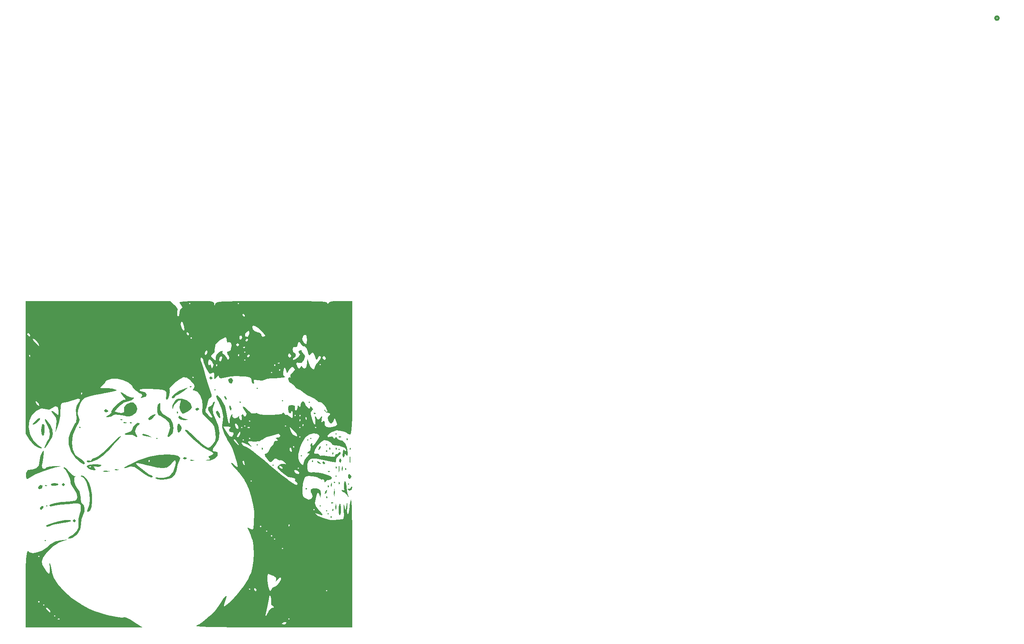
<source format=gbr>
%TF.GenerationSoftware,KiCad,Pcbnew,(7.0.0)*%
%TF.CreationDate,2023-06-26T15:27:43+02:00*%
%TF.ProjectId,Prj_3_Piano,50726a5f-335f-4506-9961-6e6f2e6b6963,v1.0*%
%TF.SameCoordinates,Original*%
%TF.FileFunction,Legend,Bot*%
%TF.FilePolarity,Positive*%
%FSLAX46Y46*%
G04 Gerber Fmt 4.6, Leading zero omitted, Abs format (unit mm)*
G04 Created by KiCad (PCBNEW (7.0.0)) date 2023-06-26 15:27:43*
%MOMM*%
%LPD*%
G01*
G04 APERTURE LIST*
%ADD10C,0.508000*%
G04 APERTURE END LIST*
D10*
%TO.C,BT1*%
X363748800Y-177760000D02*
G75*
G03*
X363748800Y-177760000I-381000J0D01*
G01*
%TO.C,G\u002A\u002A\u002A*%
G36*
X217983333Y-282409723D02*
G01*
X217806944Y-282586112D01*
X217630555Y-282409723D01*
X217806944Y-282233334D01*
X217983333Y-282409723D01*
G37*
G36*
X215866666Y-274648611D02*
G01*
X215690277Y-274825000D01*
X215513888Y-274648611D01*
X215690277Y-274472223D01*
X215866666Y-274648611D01*
G37*
G36*
X215161111Y-280645834D02*
G01*
X214984722Y-280822223D01*
X214808333Y-280645834D01*
X214984722Y-280469445D01*
X215161111Y-280645834D01*
G37*
G36*
X215161111Y-271120834D02*
G01*
X214984722Y-271297223D01*
X214808333Y-271120834D01*
X214984722Y-270944445D01*
X215161111Y-271120834D01*
G37*
G36*
X214808333Y-282056945D02*
G01*
X214631944Y-282233334D01*
X214455555Y-282056945D01*
X214631944Y-281880556D01*
X214808333Y-282056945D01*
G37*
G36*
X214102777Y-289818056D02*
G01*
X213926388Y-289994445D01*
X213750000Y-289818056D01*
X213926388Y-289641667D01*
X214102777Y-289818056D01*
G37*
G36*
X213397222Y-289112500D02*
G01*
X213220833Y-289288889D01*
X213044444Y-289112500D01*
X213220833Y-288936112D01*
X213397222Y-289112500D01*
G37*
G36*
X213044444Y-288406945D02*
G01*
X212868055Y-288583334D01*
X212691666Y-288406945D01*
X212868055Y-288230556D01*
X213044444Y-288406945D01*
G37*
G36*
X213044444Y-275001389D02*
G01*
X212868055Y-275177778D01*
X212691666Y-275001389D01*
X212868055Y-274825000D01*
X213044444Y-275001389D01*
G37*
G36*
X213044444Y-273590278D02*
G01*
X212868055Y-273766667D01*
X212691666Y-273590278D01*
X212868055Y-273413889D01*
X213044444Y-273590278D01*
G37*
G36*
X211633333Y-287348612D02*
G01*
X211456944Y-287525000D01*
X211280555Y-287348612D01*
X211456944Y-287172223D01*
X211633333Y-287348612D01*
G37*
G36*
X209516666Y-272179167D02*
G01*
X209340277Y-272355556D01*
X209163888Y-272179167D01*
X209340277Y-272002778D01*
X209516666Y-272179167D01*
G37*
G36*
X209163888Y-264065278D02*
G01*
X208987500Y-264241667D01*
X208811111Y-264065278D01*
X208987500Y-263888889D01*
X209163888Y-264065278D01*
G37*
G36*
X208811111Y-272531945D02*
G01*
X208634722Y-272708334D01*
X208458333Y-272531945D01*
X208634722Y-272355556D01*
X208811111Y-272531945D01*
G37*
G36*
X208458333Y-283468056D02*
G01*
X208281944Y-283644445D01*
X208105555Y-283468056D01*
X208281944Y-283291667D01*
X208458333Y-283468056D01*
G37*
G36*
X207400000Y-276059723D02*
G01*
X207223611Y-276236112D01*
X207047222Y-276059723D01*
X207223611Y-275883334D01*
X207400000Y-276059723D01*
G37*
G36*
X203166666Y-263712500D02*
G01*
X202990277Y-263888889D01*
X202813889Y-263712500D01*
X202990277Y-263536112D01*
X203166666Y-263712500D01*
G37*
G36*
X201050000Y-278176389D02*
G01*
X200873611Y-278352778D01*
X200697222Y-278176389D01*
X200873611Y-278000000D01*
X201050000Y-278176389D01*
G37*
G36*
X197522222Y-273590278D02*
G01*
X197345833Y-273766667D01*
X197169444Y-273590278D01*
X197345833Y-273413889D01*
X197522222Y-273590278D01*
G37*
G36*
X197522222Y-260890278D02*
G01*
X197345833Y-261066667D01*
X197169444Y-260890278D01*
X197345833Y-260713889D01*
X197522222Y-260890278D01*
G37*
G36*
X193641666Y-264065278D02*
G01*
X193465277Y-264241667D01*
X193288888Y-264065278D01*
X193465277Y-263888889D01*
X193641666Y-264065278D01*
G37*
G36*
X187997222Y-261243056D02*
G01*
X187820833Y-261419445D01*
X187644444Y-261243056D01*
X187820833Y-261066667D01*
X187997222Y-261243056D01*
G37*
G36*
X174944444Y-272179167D02*
G01*
X174768055Y-272355556D01*
X174591666Y-272179167D01*
X174768055Y-272002778D01*
X174944444Y-272179167D01*
G37*
G36*
X157658333Y-269709723D02*
G01*
X157481944Y-269886111D01*
X157305555Y-269709723D01*
X157481944Y-269533334D01*
X157658333Y-269709723D01*
G37*
G36*
X150250000Y-287348612D02*
G01*
X150073611Y-287525000D01*
X149897222Y-287348612D01*
X150073611Y-287172223D01*
X150250000Y-287348612D01*
G37*
G36*
X149897222Y-295109723D02*
G01*
X149720833Y-295286111D01*
X149544444Y-295109723D01*
X149720833Y-294933334D01*
X149897222Y-295109723D01*
G37*
G36*
X218336111Y-274472223D02*
G01*
X218310652Y-274658982D01*
X218100926Y-274707408D01*
X218058705Y-274655702D01*
X218100926Y-274237037D01*
X218207035Y-274181847D01*
X218336111Y-274472223D01*
G37*
G36*
X217630555Y-272355556D02*
G01*
X217605096Y-272542315D01*
X217395370Y-272590741D01*
X217353149Y-272539035D01*
X217395370Y-272120371D01*
X217501479Y-272065180D01*
X217630555Y-272355556D01*
G37*
G36*
X217277777Y-279058334D02*
G01*
X217252318Y-279245093D01*
X217042592Y-279293519D01*
X217000372Y-279241813D01*
X217042592Y-278823149D01*
X217148702Y-278767958D01*
X217277777Y-279058334D01*
G37*
G36*
X215866666Y-282233334D02*
G01*
X215841207Y-282420093D01*
X215631481Y-282468519D01*
X215589260Y-282416813D01*
X215631481Y-281998149D01*
X215737590Y-281942958D01*
X215866666Y-282233334D01*
G37*
G36*
X216101851Y-271767593D02*
G01*
X216157042Y-271873702D01*
X215866666Y-272002778D01*
X215679907Y-271977319D01*
X215631481Y-271767593D01*
X215683187Y-271725372D01*
X216101851Y-271767593D01*
G37*
G36*
X215161111Y-278705556D02*
G01*
X215135652Y-278892315D01*
X214925926Y-278940741D01*
X214883705Y-278889035D01*
X214925926Y-278470371D01*
X215032035Y-278415180D01*
X215161111Y-278705556D01*
G37*
G36*
X215161111Y-274472223D02*
G01*
X215135652Y-274658982D01*
X214925926Y-274707408D01*
X214883705Y-274655702D01*
X214925926Y-274237037D01*
X215032035Y-274181847D01*
X215161111Y-274472223D01*
G37*
G36*
X214455555Y-288230556D02*
G01*
X214430096Y-288417315D01*
X214220370Y-288465741D01*
X214178149Y-288414035D01*
X214220370Y-287995371D01*
X214326479Y-287940180D01*
X214455555Y-288230556D01*
G37*
G36*
X214455555Y-275530556D02*
G01*
X214430096Y-275717315D01*
X214220370Y-275765741D01*
X214178149Y-275714035D01*
X214220370Y-275295371D01*
X214326479Y-275240180D01*
X214455555Y-275530556D01*
G37*
G36*
X214047076Y-282586112D02*
G01*
X213997901Y-283071401D01*
X213869139Y-283027084D01*
X213822545Y-282867398D01*
X213869139Y-282145139D01*
X213991636Y-282085298D01*
X214047076Y-282586112D01*
G37*
G36*
X214337963Y-286584260D02*
G01*
X214393153Y-286690369D01*
X214102777Y-286819445D01*
X213916018Y-286793986D01*
X213867592Y-286584260D01*
X213919298Y-286542039D01*
X214337963Y-286584260D01*
G37*
G36*
X213750000Y-274472223D02*
G01*
X213724540Y-274658982D01*
X213514814Y-274707408D01*
X213472594Y-274655702D01*
X213514814Y-274237037D01*
X213620924Y-274181847D01*
X213750000Y-274472223D01*
G37*
G36*
X213397222Y-282938889D02*
G01*
X213371763Y-283125649D01*
X213162037Y-283174074D01*
X213119816Y-283122369D01*
X213162037Y-282703704D01*
X213268146Y-282648513D01*
X213397222Y-282938889D01*
G37*
G36*
X213632407Y-279528704D02*
G01*
X213687598Y-279634813D01*
X213397222Y-279763889D01*
X213210462Y-279738430D01*
X213162037Y-279528704D01*
X213213742Y-279486483D01*
X213632407Y-279528704D01*
G37*
G36*
X213044444Y-285408334D02*
G01*
X213018985Y-285595093D01*
X212809259Y-285643519D01*
X212767038Y-285591813D01*
X212809259Y-285173149D01*
X212915368Y-285117958D01*
X213044444Y-285408334D01*
G37*
G36*
X210457407Y-266475926D02*
G01*
X210512598Y-266582036D01*
X210222222Y-266711112D01*
X210035462Y-266685652D01*
X209987037Y-266475926D01*
X210038742Y-266433706D01*
X210457407Y-266475926D01*
G37*
G36*
X209869444Y-277294445D02*
G01*
X209843985Y-277481204D01*
X209634259Y-277529630D01*
X209592038Y-277477924D01*
X209634259Y-277059260D01*
X209740368Y-277004069D01*
X209869444Y-277294445D01*
G37*
G36*
X198580555Y-274472223D02*
G01*
X198555096Y-274658982D01*
X198345370Y-274707408D01*
X198303149Y-274655702D01*
X198345370Y-274237037D01*
X198451479Y-274181847D01*
X198580555Y-274472223D01*
G37*
G36*
X183146527Y-277060807D02*
G01*
X183206369Y-277183304D01*
X182705555Y-277238743D01*
X182220266Y-277189568D01*
X182264583Y-277060807D01*
X182424269Y-277014213D01*
X183146527Y-277060807D01*
G37*
G36*
X182587963Y-260478704D02*
G01*
X182643153Y-260584813D01*
X182352777Y-260713889D01*
X182166018Y-260688430D01*
X182117592Y-260478704D01*
X182169298Y-260436483D01*
X182587963Y-260478704D01*
G37*
G36*
X179530555Y-266358334D02*
G01*
X179505096Y-266545093D01*
X179295370Y-266593519D01*
X179253149Y-266541813D01*
X179295370Y-266123149D01*
X179401479Y-266067958D01*
X179530555Y-266358334D01*
G37*
G36*
X169182407Y-268592593D02*
G01*
X169237598Y-268698702D01*
X168947222Y-268827778D01*
X168760462Y-268802319D01*
X168712037Y-268592593D01*
X168763742Y-268550372D01*
X169182407Y-268592593D01*
G37*
G36*
X167955034Y-268586791D02*
G01*
X168118324Y-268713772D01*
X167741898Y-268799927D01*
X167384089Y-268774983D01*
X167278877Y-268614642D01*
X167403685Y-268544735D01*
X167955034Y-268586791D01*
G37*
G36*
X167065740Y-267887037D02*
G01*
X167120931Y-267993147D01*
X166830555Y-268122223D01*
X166643796Y-268096763D01*
X166595370Y-267887037D01*
X166647076Y-267844817D01*
X167065740Y-267887037D01*
G37*
G36*
X166213194Y-279177474D02*
G01*
X166273036Y-279299970D01*
X165772222Y-279355410D01*
X165286932Y-279306235D01*
X165331250Y-279177474D01*
X165490936Y-279130879D01*
X166213194Y-279177474D01*
G37*
G36*
X150132407Y-282703704D02*
G01*
X150187598Y-282809813D01*
X149897222Y-282938889D01*
X149710462Y-282913430D01*
X149662037Y-282703704D01*
X149713742Y-282661483D01*
X150132407Y-282703704D01*
G37*
G36*
X218336670Y-280470350D02*
G01*
X218456775Y-280768798D01*
X218229294Y-281244594D01*
X217985444Y-281313035D01*
X217687565Y-280961710D01*
X217680224Y-280407792D01*
X217943441Y-280153625D01*
X218336670Y-280470350D01*
G37*
G36*
X216219444Y-277097236D02*
G01*
X216212544Y-277275349D01*
X216045900Y-277631631D01*
X215705343Y-277318821D01*
X215657404Y-277191619D01*
X215860912Y-276768835D01*
X216045876Y-276733891D01*
X216219444Y-277097236D01*
G37*
G36*
X212990999Y-283864810D02*
G01*
X212882561Y-284326530D01*
X212716643Y-284559001D01*
X212479661Y-284655480D01*
X212569931Y-284158397D01*
X212702411Y-283901183D01*
X212946962Y-283782148D01*
X212990999Y-283864810D01*
G37*
G36*
X211579888Y-273987032D02*
G01*
X211471450Y-274448752D01*
X211305532Y-274681224D01*
X211068550Y-274777702D01*
X211158820Y-274280619D01*
X211291300Y-274023406D01*
X211535851Y-273904371D01*
X211579888Y-273987032D01*
G37*
G36*
X211374629Y-277603447D02*
G01*
X211420210Y-277649909D01*
X211589290Y-277908337D01*
X211177146Y-277800930D01*
X210847921Y-277624998D01*
X210742054Y-277362576D01*
X210912097Y-277324794D01*
X211374629Y-277603447D01*
G37*
G36*
X191331253Y-264910546D02*
G01*
X191525000Y-265497209D01*
X191479776Y-265903059D01*
X191304442Y-265910893D01*
X191069878Y-265299514D01*
X191024835Y-264904045D01*
X191205121Y-264791167D01*
X191331253Y-264910546D01*
G37*
G36*
X190210451Y-262725780D02*
G01*
X190466666Y-263204154D01*
X190448039Y-263401997D01*
X190263960Y-263485180D01*
X189979284Y-262988622D01*
X189917462Y-262713447D01*
X190117929Y-262656664D01*
X190210451Y-262725780D01*
G37*
G36*
X181467276Y-276583135D02*
G01*
X181502220Y-276768099D01*
X181138875Y-276941667D01*
X180960762Y-276934767D01*
X180604481Y-276768123D01*
X180917290Y-276427566D01*
X181044492Y-276379627D01*
X181467276Y-276583135D01*
G37*
G36*
X149312346Y-287719355D02*
G01*
X149189309Y-287950610D01*
X148801145Y-288230556D01*
X148525826Y-288112758D01*
X148564563Y-287746007D01*
X148997311Y-287404321D01*
X149296691Y-287361400D01*
X149312346Y-287719355D01*
G37*
G36*
X218217485Y-276299852D02*
G01*
X218254265Y-276941667D01*
X218250853Y-277181021D01*
X218195184Y-277668822D01*
X218092932Y-277559028D01*
X218038068Y-277219031D01*
X218092932Y-276324306D01*
X218125913Y-276224213D01*
X218217485Y-276299852D01*
G37*
G36*
X216503448Y-278881945D02*
G01*
X216503933Y-278965488D01*
X216456634Y-279517747D01*
X216340822Y-279506020D01*
X216276105Y-279216146D01*
X216327750Y-278447687D01*
X216345207Y-278387031D01*
X216452579Y-278334803D01*
X216503448Y-278881945D01*
G37*
G36*
X215748041Y-278416519D02*
G01*
X215784821Y-279058334D01*
X215781409Y-279297688D01*
X215725739Y-279785488D01*
X215623488Y-279675695D01*
X215568624Y-279335697D01*
X215623488Y-278440973D01*
X215656468Y-278340879D01*
X215748041Y-278416519D01*
G37*
G36*
X215042485Y-286883186D02*
G01*
X215079265Y-287525000D01*
X215075853Y-287764354D01*
X215020184Y-288252155D01*
X214917932Y-288142362D01*
X214863068Y-287802364D01*
X214917932Y-286907639D01*
X214950913Y-286807546D01*
X215042485Y-286883186D01*
G37*
G36*
X214684728Y-283586996D02*
G01*
X214712249Y-284350000D01*
X214701958Y-284867702D01*
X214646607Y-285310927D01*
X214559366Y-285143750D01*
X214501002Y-284584239D01*
X214559366Y-283556250D01*
X214614368Y-283377540D01*
X214684728Y-283586996D01*
G37*
G36*
X212198269Y-277310678D02*
G01*
X212515277Y-277647223D01*
X212570400Y-277783875D01*
X212359708Y-278000000D01*
X212257309Y-277986444D01*
X211986111Y-277647223D01*
X211990155Y-277567386D01*
X212141680Y-277294445D01*
X212198269Y-277310678D01*
G37*
G36*
X191670640Y-258712505D02*
G01*
X191881482Y-259202711D01*
X191652183Y-259763558D01*
X191431526Y-259879269D01*
X191014741Y-259682998D01*
X190819444Y-259105569D01*
X190880666Y-258868939D01*
X191348611Y-258597223D01*
X191670640Y-258712505D01*
G37*
G36*
X188583531Y-266162129D02*
G01*
X188913962Y-266766497D01*
X189044336Y-267533714D01*
X188900894Y-267631585D01*
X188515169Y-267261046D01*
X188232862Y-266847109D01*
X188014228Y-266227726D01*
X188312256Y-266005556D01*
X188583531Y-266162129D01*
G37*
G36*
X187023211Y-258254696D02*
G01*
X187291666Y-258597223D01*
X187281415Y-258681545D01*
X186938889Y-258950000D01*
X186854566Y-258939749D01*
X186586111Y-258597223D01*
X186596362Y-258512900D01*
X186938889Y-258244445D01*
X187023211Y-258254696D01*
G37*
G36*
X184213081Y-265350765D02*
G01*
X184293055Y-265652778D01*
X184220848Y-265749122D01*
X183743069Y-266005556D01*
X183664309Y-265995458D01*
X183411111Y-265652778D01*
X183478422Y-265484185D01*
X183961097Y-265300000D01*
X184213081Y-265350765D01*
G37*
G36*
X172104599Y-271200762D02*
G01*
X172832204Y-271507431D01*
X173709722Y-272008515D01*
X172651388Y-271779630D01*
X172541515Y-271755720D01*
X171721175Y-271549153D01*
X171467412Y-271383182D01*
X171662206Y-271187111D01*
X172104599Y-271200762D01*
G37*
G36*
X163380933Y-265666235D02*
G01*
X163831944Y-266005556D01*
X163865131Y-266187310D01*
X163499986Y-266358334D01*
X163237147Y-266315158D01*
X162950000Y-266005556D01*
X162959501Y-265921857D01*
X163281958Y-265652778D01*
X163380933Y-265666235D01*
G37*
G36*
X164092414Y-279514383D02*
G01*
X164266000Y-279560513D01*
X164162350Y-279640191D01*
X163479166Y-279674925D01*
X163105447Y-279670368D01*
X162598838Y-279616861D01*
X162681303Y-279521503D01*
X163173205Y-279457585D01*
X164092414Y-279514383D01*
G37*
G36*
X156331545Y-290357474D02*
G01*
X156600000Y-290700000D01*
X156589748Y-290784323D01*
X156247222Y-291052778D01*
X156162899Y-291042527D01*
X155894444Y-290700000D01*
X155904695Y-290615678D01*
X156247222Y-290347223D01*
X156331545Y-290357474D01*
G37*
G36*
X153862100Y-282243585D02*
G01*
X154130555Y-282586112D01*
X154120304Y-282670434D01*
X153777777Y-282938889D01*
X153693455Y-282928638D01*
X153425000Y-282586112D01*
X153435251Y-282501789D01*
X153777777Y-282233334D01*
X153862100Y-282243585D01*
G37*
G36*
X152417121Y-282301701D02*
G01*
X152719444Y-282509168D01*
X152501413Y-282708291D01*
X151837500Y-282857994D01*
X151254581Y-282818632D01*
X150955555Y-282582160D01*
X151174499Y-282352751D01*
X151837500Y-282233334D01*
X152417121Y-282301701D01*
G37*
G36*
X149074074Y-282703704D02*
G01*
X149125054Y-282793109D01*
X149029783Y-283268196D01*
X148801618Y-283512665D01*
X148355301Y-283623067D01*
X148133333Y-283312487D01*
X148239756Y-283013397D01*
X148661461Y-282677105D01*
X149074074Y-282703704D01*
G37*
G36*
X180207187Y-269479290D02*
G01*
X180365165Y-269916480D01*
X180149044Y-270537623D01*
X179674819Y-270899985D01*
X179422666Y-270712537D01*
X179354166Y-269886111D01*
X179355312Y-269768536D01*
X179475843Y-269001606D01*
X179771068Y-268899818D01*
X180207187Y-269479290D01*
G37*
G36*
X174444339Y-266907991D02*
G01*
X174062500Y-267416667D01*
X173531001Y-267907574D01*
X173023169Y-268107045D01*
X172827777Y-267781857D01*
X172837817Y-267722775D01*
X173199069Y-267303302D01*
X173843162Y-266894800D01*
X174446761Y-266711112D01*
X174444339Y-266907991D01*
G37*
G36*
X148551131Y-267633483D02*
G01*
X148524508Y-267966485D01*
X148052722Y-268488770D01*
X147444591Y-268942505D01*
X146969394Y-269149165D01*
X146934953Y-268930980D01*
X147417563Y-268309484D01*
X147498440Y-268225842D01*
X148122399Y-267729180D01*
X148544973Y-267629435D01*
X148551131Y-267633483D01*
G37*
G36*
X218606883Y-283130295D02*
G01*
X218527005Y-283620974D01*
X218297610Y-283869531D01*
X217850671Y-283968967D01*
X217630555Y-283623625D01*
X217658254Y-283496026D01*
X217983333Y-283468056D01*
X218129167Y-283519278D01*
X218336111Y-283253691D01*
X218354599Y-283095963D01*
X218547825Y-283033011D01*
X218606883Y-283130295D01*
G37*
G36*
X216045900Y-286980743D02*
G01*
X216116850Y-287780383D01*
X216119838Y-287970124D01*
X216065702Y-288900208D01*
X215922388Y-289463313D01*
X215738684Y-289475266D01*
X215617734Y-289009967D01*
X215574421Y-288291138D01*
X215622259Y-287544606D01*
X215774760Y-286996201D01*
X215886178Y-286842747D01*
X216045900Y-286980743D01*
G37*
G36*
X180167098Y-267303124D02*
G01*
X180526973Y-267592746D01*
X181294444Y-267862226D01*
X181752193Y-267960069D01*
X181735186Y-268029161D01*
X181050681Y-268074181D01*
X180838687Y-268076264D01*
X180011675Y-267920850D01*
X179576882Y-267572493D01*
X179690800Y-267138830D01*
X179808210Y-267078958D01*
X180167098Y-267303124D01*
G37*
G36*
X149326789Y-268942992D02*
G01*
X149570902Y-269277570D01*
X149552530Y-269753725D01*
X149544444Y-270591667D01*
X149544417Y-270604834D01*
X149439363Y-271343448D01*
X149191666Y-271650000D01*
X149107806Y-271608606D01*
X148915637Y-271103934D01*
X148838888Y-270209491D01*
X148844809Y-269921683D01*
X148966673Y-269122539D01*
X149218125Y-268895394D01*
X149326789Y-268942992D01*
G37*
G36*
X180765277Y-261593256D02*
G01*
X180580651Y-261741726D01*
X179804694Y-262264054D01*
X179265972Y-262476026D01*
X179103714Y-262501554D01*
X178825000Y-262830556D01*
X178814748Y-262914879D01*
X178472222Y-263183334D01*
X178375012Y-263179361D01*
X178090404Y-262989526D01*
X178305036Y-262585141D01*
X178910035Y-262063364D01*
X179796530Y-261521358D01*
X180855650Y-261056283D01*
X181823611Y-260712239D01*
X180765277Y-261593256D01*
G37*
G36*
X155234494Y-290543374D02*
G01*
X155541666Y-290696795D01*
X155337726Y-290854391D01*
X154601482Y-291067498D01*
X153513194Y-291246797D01*
X152645115Y-291371867D01*
X151584013Y-291585335D01*
X150955555Y-291790621D01*
X150836341Y-291855775D01*
X150142234Y-292087786D01*
X149897222Y-291835350D01*
X149976095Y-291721799D01*
X150568796Y-291431350D01*
X151592647Y-291107796D01*
X152868885Y-290803452D01*
X154218750Y-290570633D01*
X154471454Y-290542056D01*
X155234494Y-290543374D01*
G37*
G36*
X217201629Y-282047252D02*
G01*
X217355006Y-282981422D01*
X217394305Y-283328121D01*
X217571975Y-284439655D01*
X217771304Y-285231945D01*
X217803908Y-285324392D01*
X217802199Y-285488313D01*
X217507115Y-285055556D01*
X217058671Y-284471916D01*
X216697818Y-284288264D01*
X216577680Y-284299277D01*
X216270691Y-283974576D01*
X216252592Y-283763981D01*
X216577905Y-283824346D01*
X216636507Y-283858457D01*
X216887687Y-283835955D01*
X216814740Y-283253160D01*
X216747428Y-282620194D01*
X216900524Y-281920158D01*
X216999183Y-281813049D01*
X217201629Y-282047252D01*
G37*
G36*
X170873297Y-268804797D02*
G01*
X170934941Y-268962079D01*
X170720563Y-269180556D01*
X170463534Y-269289036D01*
X170091916Y-269839443D01*
X169911575Y-270557475D01*
X170042413Y-271103195D01*
X170143202Y-271227197D01*
X170358333Y-271763752D01*
X170254805Y-271870931D01*
X169831193Y-271651683D01*
X169301160Y-271414267D01*
X168420082Y-271383178D01*
X168057790Y-271432135D01*
X167582596Y-271347602D01*
X167702515Y-271088099D01*
X168418055Y-270799579D01*
X168999440Y-270536900D01*
X169300000Y-270110455D01*
X169490555Y-269572780D01*
X169965436Y-269037551D01*
X170501109Y-268719515D01*
X170873297Y-268804797D01*
G37*
G36*
X158398784Y-280645409D02*
G01*
X159033325Y-281274790D01*
X159642597Y-282335099D01*
X159984068Y-283389251D01*
X160211706Y-284839326D01*
X160255984Y-286315355D01*
X160111827Y-287583009D01*
X159774157Y-288407961D01*
X159578512Y-288618982D01*
X159204086Y-288796690D01*
X159129222Y-288458317D01*
X159413453Y-287717774D01*
X159620489Y-287091827D01*
X159708973Y-285920288D01*
X159599475Y-284561256D01*
X159330074Y-283193331D01*
X158938851Y-281995117D01*
X158463885Y-281145213D01*
X157943255Y-280822223D01*
X157809047Y-280809390D01*
X157725433Y-280637530D01*
X157853600Y-280548450D01*
X158398784Y-280645409D01*
G37*
G36*
X150232838Y-268283081D02*
G01*
X150273169Y-268321010D01*
X150861192Y-269144322D01*
X151296399Y-270182322D01*
X151355482Y-270407539D01*
X151453563Y-271202596D01*
X151251100Y-271949832D01*
X150681018Y-272951029D01*
X150321624Y-273507603D01*
X149843431Y-274200574D01*
X149608866Y-274471592D01*
X149572424Y-274214308D01*
X149774780Y-273596048D01*
X150113919Y-272874857D01*
X150485248Y-272308846D01*
X150546631Y-272229116D01*
X150784157Y-271391379D01*
X150678880Y-270325264D01*
X150256119Y-269356945D01*
X150083031Y-269058760D01*
X149760415Y-268318391D01*
X149625637Y-267903596D01*
X149728143Y-267849824D01*
X150232838Y-268283081D01*
G37*
G36*
X180484728Y-263303106D02*
G01*
X181486623Y-263634522D01*
X182349284Y-264329187D01*
X182694336Y-265200539D01*
X182694397Y-265206778D01*
X182412710Y-265663165D01*
X181735416Y-266156554D01*
X181261676Y-266410164D01*
X180671540Y-266638662D01*
X180339225Y-266470964D01*
X180023466Y-265866141D01*
X179849168Y-265338820D01*
X179967609Y-264431323D01*
X180117987Y-264064285D01*
X180094222Y-263629408D01*
X180091327Y-263626588D01*
X179705924Y-263666254D01*
X179161999Y-264092664D01*
X178671000Y-264696009D01*
X178444371Y-265266482D01*
X178394365Y-265564356D01*
X178234816Y-265376891D01*
X178280339Y-264794836D01*
X178650133Y-264013445D01*
X179002158Y-263551335D01*
X179573683Y-263247569D01*
X180484728Y-263303106D01*
G37*
G36*
X175539722Y-264725761D02*
G01*
X175514438Y-264797514D01*
X175517522Y-265782414D01*
X176024500Y-266680958D01*
X176881194Y-267207870D01*
X176954197Y-267228035D01*
X177805439Y-267799926D01*
X178342130Y-268762644D01*
X178524443Y-269887796D01*
X178312548Y-270946991D01*
X177666618Y-271711833D01*
X177316744Y-271869413D01*
X177125197Y-271681596D01*
X177385306Y-270997851D01*
X177780483Y-269753093D01*
X177532409Y-268646654D01*
X176620138Y-267765659D01*
X176435344Y-267653813D01*
X175663548Y-267204935D01*
X175221101Y-266977094D01*
X175119672Y-266906079D01*
X174909278Y-266343587D01*
X174866919Y-265513838D01*
X174987328Y-264733717D01*
X175265242Y-264320111D01*
X175568064Y-264303693D01*
X175539722Y-264725761D01*
G37*
G36*
X166691693Y-271841028D02*
G01*
X166301389Y-272283122D01*
X165913033Y-272659639D01*
X165130214Y-273516091D01*
X164284001Y-274522090D01*
X163713577Y-275155357D01*
X162561581Y-276177741D01*
X161461779Y-276899038D01*
X161318101Y-276969513D01*
X160049837Y-277504655D01*
X159309789Y-277615041D01*
X159069444Y-277305517D01*
X159144354Y-277159538D01*
X159598611Y-277166871D01*
X159871164Y-277215299D01*
X160127777Y-276979410D01*
X160278159Y-276744673D01*
X160871646Y-276588889D01*
X160929945Y-276584582D01*
X161619930Y-276244285D01*
X162644496Y-275402633D01*
X163929566Y-274119445D01*
X164529992Y-273492486D01*
X165493401Y-272547467D01*
X166233336Y-271899377D01*
X166625281Y-271661737D01*
X166691693Y-271841028D01*
G37*
G36*
X161930559Y-278470371D02*
G01*
X161685836Y-278563035D01*
X160938396Y-278550612D01*
X160837761Y-278513206D01*
X160567412Y-278490287D01*
X160826631Y-278873869D01*
X160858072Y-278912239D01*
X161064739Y-279297881D01*
X160757081Y-279382221D01*
X159863194Y-279188761D01*
X159367408Y-278948283D01*
X159126710Y-278576480D01*
X159484624Y-278576480D01*
X159775000Y-278705556D01*
X159961759Y-278680097D01*
X160010185Y-278470371D01*
X159958479Y-278428150D01*
X159539814Y-278470371D01*
X159484624Y-278576480D01*
X159126710Y-278576480D01*
X159069444Y-278488022D01*
X159175582Y-278257167D01*
X159752100Y-278063553D01*
X160921527Y-278010728D01*
X161208216Y-278013541D01*
X162092753Y-278058757D01*
X162374039Y-278176561D01*
X162134822Y-278393027D01*
X161930559Y-278470371D01*
G37*
G36*
X149431662Y-275012553D02*
G01*
X149404931Y-275481648D01*
X149268884Y-276443365D01*
X149024097Y-278000000D01*
X149003864Y-278138121D01*
X149023114Y-278849257D01*
X149376875Y-279058334D01*
X149611194Y-279027096D01*
X149897222Y-278768601D01*
X150042031Y-278654276D01*
X150714249Y-278515590D01*
X151749305Y-278449211D01*
X152729247Y-278437263D01*
X153162399Y-278456766D01*
X152969009Y-278531553D01*
X152190277Y-278683516D01*
X152129180Y-278695183D01*
X150633352Y-279084749D01*
X148978197Y-279665207D01*
X147447385Y-280326527D01*
X146324590Y-280958681D01*
X145769116Y-281314966D01*
X145493009Y-281246388D01*
X145371056Y-280606348D01*
X145402618Y-279943113D01*
X145872683Y-279284353D01*
X146756221Y-279147851D01*
X146794734Y-279153163D01*
X147633823Y-278944525D01*
X148247898Y-278215938D01*
X148486111Y-277142286D01*
X148630355Y-276180155D01*
X149009047Y-275333399D01*
X149154863Y-275143044D01*
X149348498Y-274933784D01*
X149431662Y-275012553D01*
G37*
G36*
X167041526Y-261936924D02*
G01*
X167920217Y-262500086D01*
X168045485Y-262585455D01*
X168816180Y-262959470D01*
X169343359Y-262980147D01*
X169547127Y-262910743D01*
X169583181Y-263222423D01*
X169579874Y-263231883D01*
X169136419Y-263604523D01*
X168316085Y-263822047D01*
X167411391Y-264099449D01*
X166268419Y-265050740D01*
X165326720Y-266169886D01*
X166166832Y-266384927D01*
X166791377Y-266492840D01*
X167382183Y-266349735D01*
X167408002Y-265827773D01*
X167437897Y-265223510D01*
X167964242Y-264569173D01*
X168842864Y-264147568D01*
X169472749Y-264157948D01*
X170129523Y-264740340D01*
X170412079Y-265580177D01*
X170104269Y-266428709D01*
X169181677Y-267064343D01*
X168637268Y-267222838D01*
X168002135Y-267238904D01*
X167519034Y-267098215D01*
X166334587Y-266870121D01*
X165394378Y-266843407D01*
X164909858Y-267032207D01*
X164619762Y-267256633D01*
X163899319Y-267404166D01*
X163429517Y-267378691D01*
X163422680Y-267245130D01*
X164008333Y-266887500D01*
X164026375Y-266877149D01*
X164548724Y-266524275D01*
X164596050Y-266370835D01*
X164575175Y-266368891D01*
X164523145Y-266128514D01*
X164860911Y-265595373D01*
X165446700Y-264919516D01*
X166138739Y-264250989D01*
X166795253Y-263739839D01*
X167274471Y-263536112D01*
X167379087Y-263535876D01*
X167774015Y-263488261D01*
X167714216Y-263247122D01*
X167183333Y-262654167D01*
X166730155Y-262117571D01*
X166633041Y-261811886D01*
X167041526Y-261936924D01*
G37*
G36*
X178522462Y-277294445D02*
G01*
X178072819Y-277802759D01*
X177621836Y-278306427D01*
X176953986Y-278738691D01*
X176093759Y-278878303D01*
X174884135Y-278742770D01*
X173168096Y-278349597D01*
X172659187Y-278222668D01*
X171412011Y-277939887D01*
X170510256Y-277777020D01*
X170121755Y-277766208D01*
X170214597Y-277986550D01*
X170714348Y-278498491D01*
X171468903Y-279145964D01*
X172300270Y-279785756D01*
X173030457Y-280274654D01*
X173481472Y-280469445D01*
X173611086Y-280487717D01*
X173886111Y-280814659D01*
X173856007Y-280909219D01*
X173451282Y-280932334D01*
X172695764Y-280623304D01*
X171744801Y-280056862D01*
X170753740Y-279307744D01*
X170748541Y-279303328D01*
X169696119Y-278606295D01*
X168901656Y-278499938D01*
X168742415Y-278549183D01*
X167725318Y-278831646D01*
X167362643Y-278852467D01*
X167652862Y-278609658D01*
X168594444Y-278101236D01*
X168666892Y-278064603D01*
X170741133Y-277110965D01*
X172903149Y-277110965D01*
X172945370Y-277529630D01*
X173051479Y-277584821D01*
X173180555Y-277294445D01*
X173155096Y-277107685D01*
X172945370Y-277059260D01*
X172903149Y-277110965D01*
X170741133Y-277110965D01*
X170977190Y-277002437D01*
X172982332Y-276325580D01*
X174903609Y-275958892D01*
X175351204Y-275908988D01*
X177180939Y-275808891D01*
X178622663Y-275902232D01*
X179599517Y-276170404D01*
X180034642Y-276594795D01*
X179851180Y-277156798D01*
X179760324Y-277302273D01*
X179481767Y-278064534D01*
X179245271Y-279102840D01*
X179168807Y-279492428D01*
X178777634Y-280500290D01*
X178110717Y-281075538D01*
X177930071Y-281157470D01*
X176948617Y-281418353D01*
X175859796Y-281511159D01*
X174926129Y-281429423D01*
X174410135Y-281166680D01*
X174383068Y-281103474D01*
X174654514Y-280948142D01*
X175563248Y-281025658D01*
X176288750Y-281064395D01*
X177545240Y-280673902D01*
X178459168Y-279716947D01*
X178943545Y-278264584D01*
X179019386Y-277624024D01*
X178977727Y-277050507D01*
X178678089Y-277118511D01*
X178522462Y-277294445D01*
G37*
G36*
X154077036Y-278718635D02*
G01*
X154580312Y-279058544D01*
X155177541Y-279747954D01*
X155282953Y-279889397D01*
X155880679Y-280495331D01*
X156348091Y-280687717D01*
X156507082Y-280657979D01*
X156511805Y-280733050D01*
X156280951Y-281086347D01*
X156260612Y-281859635D01*
X156500776Y-282723852D01*
X156952777Y-283386202D01*
X157466037Y-284124082D01*
X157658333Y-285404881D01*
X157666456Y-285723962D01*
X157776077Y-286506336D01*
X157972867Y-286819445D01*
X158340224Y-287110041D01*
X158528124Y-287822879D01*
X158502654Y-288689072D01*
X158236728Y-289439656D01*
X158209076Y-289483806D01*
X157877293Y-290405189D01*
X157760918Y-291502639D01*
X157617866Y-292548749D01*
X156908790Y-293775999D01*
X155718055Y-294581074D01*
X155263925Y-294705381D01*
X154836111Y-294667528D01*
X154815017Y-294555358D01*
X155168844Y-294303755D01*
X155188313Y-294296489D01*
X155794633Y-293914267D01*
X156527353Y-293274162D01*
X156734887Y-293055224D01*
X157190312Y-292265950D01*
X157167282Y-291297805D01*
X157138268Y-290318567D01*
X157401009Y-289288889D01*
X157655859Y-288527205D01*
X157720189Y-287563303D01*
X157660449Y-287241167D01*
X157486893Y-286955569D01*
X157069935Y-286832892D01*
X156256429Y-286839457D01*
X154893231Y-286941584D01*
X154730976Y-286955182D01*
X153321242Y-287095190D01*
X152128626Y-287248893D01*
X151396527Y-287385398D01*
X150886073Y-287448240D01*
X150602777Y-287234983D01*
X150603331Y-287223452D01*
X150964122Y-286940384D01*
X151919668Y-286686073D01*
X153363436Y-286481163D01*
X155188889Y-286346298D01*
X155498645Y-286329743D01*
X156344087Y-286214285D01*
X156738107Y-285930388D01*
X156883261Y-285360162D01*
X156768500Y-284517626D01*
X156099348Y-283389892D01*
X155918118Y-283165532D01*
X155479443Y-282502567D01*
X155395780Y-282144034D01*
X155423430Y-281854155D01*
X155220169Y-281130700D01*
X154847725Y-280245086D01*
X154414446Y-279447443D01*
X154028677Y-278987904D01*
X153794129Y-278798866D01*
X154018339Y-278710958D01*
X154077036Y-278718635D01*
G37*
G36*
X149500887Y-298637500D02*
G01*
X149245705Y-299036207D01*
X149241081Y-299047386D01*
X149001836Y-299826329D01*
X149093002Y-300500208D01*
X149559052Y-301405256D01*
X150184923Y-302338743D01*
X150590737Y-302624975D01*
X150776179Y-302244371D01*
X150751414Y-301195139D01*
X150748593Y-301164150D01*
X150693052Y-300339978D01*
X150747368Y-300161789D01*
X150926207Y-300577778D01*
X151124396Y-301280766D01*
X151273168Y-302235787D01*
X151280734Y-302341327D01*
X151690634Y-303597662D01*
X152630485Y-305030915D01*
X153996464Y-306538450D01*
X155684751Y-308017629D01*
X156887528Y-308868056D01*
X157591524Y-309365818D01*
X157968392Y-309573612D01*
X159612961Y-310480378D01*
X159636795Y-310491580D01*
X161057087Y-311072311D01*
X161538181Y-311229506D01*
X162665272Y-311597777D01*
X164292108Y-312028263D01*
X164365937Y-312043056D01*
X165768355Y-312324056D01*
X166924770Y-312445445D01*
X167592112Y-312352714D01*
X167932378Y-312439189D01*
X168417715Y-312689815D01*
X168697858Y-312834480D01*
X169700734Y-313453244D01*
X171576966Y-314688889D01*
X158444038Y-314688889D01*
X145311111Y-314688889D01*
X145311111Y-312795925D01*
X152429068Y-312795925D01*
X152719444Y-312925000D01*
X152906204Y-312899541D01*
X152954629Y-312689815D01*
X152902924Y-312647595D01*
X152484259Y-312689815D01*
X152429068Y-312795925D01*
X145311111Y-312795925D01*
X145311111Y-312043056D01*
X151661111Y-312043056D01*
X151837500Y-312219445D01*
X152013889Y-312043056D01*
X151837500Y-311866667D01*
X151661111Y-312043056D01*
X145311111Y-312043056D01*
X145311111Y-310261170D01*
X149897222Y-310261170D01*
X149996660Y-310503017D01*
X150426388Y-311035119D01*
X150757391Y-311292057D01*
X150955555Y-311229506D01*
X150870567Y-310977571D01*
X150426388Y-310455556D01*
X150115008Y-310244314D01*
X149897222Y-310261170D01*
X145311111Y-310261170D01*
X145311111Y-309573612D01*
X149191666Y-309573612D01*
X149368055Y-309750000D01*
X149544444Y-309573612D01*
X149368055Y-309397223D01*
X149191666Y-309573612D01*
X145311111Y-309573612D01*
X145311111Y-308868056D01*
X148133333Y-308868056D01*
X148309722Y-309044445D01*
X148486111Y-308868056D01*
X148309722Y-308691667D01*
X148133333Y-308868056D01*
X145311111Y-308868056D01*
X145311111Y-306243042D01*
X145321768Y-303560720D01*
X145361573Y-301196254D01*
X145435277Y-299448969D01*
X145512681Y-298637500D01*
X148133333Y-298637500D01*
X148309722Y-298813889D01*
X148486111Y-298637500D01*
X148309722Y-298461111D01*
X148133333Y-298637500D01*
X145512681Y-298637500D01*
X145547497Y-298272502D01*
X145702849Y-297620489D01*
X145905952Y-297446566D01*
X146161422Y-297704372D01*
X146253140Y-297810869D01*
X146909071Y-297985864D01*
X147893943Y-297820555D01*
X149021091Y-297382803D01*
X150103850Y-296740473D01*
X150955555Y-295961428D01*
X151061222Y-295852430D01*
X151894384Y-295399379D01*
X153072222Y-295120711D01*
X154659722Y-294927582D01*
X153380307Y-295371430D01*
X152747172Y-295639691D01*
X151299451Y-296573707D01*
X150051061Y-297777883D01*
X149500887Y-298637500D01*
G37*
G36*
X187656502Y-241840278D02*
G01*
X187685367Y-241928473D01*
X187695230Y-242069581D01*
X187752191Y-242353906D01*
X187884558Y-241944386D01*
X187909963Y-241873963D01*
X187940719Y-241840278D01*
X192936111Y-241840278D01*
X193112500Y-242016667D01*
X193288888Y-241840278D01*
X193112500Y-241663889D01*
X192936111Y-241840278D01*
X187940719Y-241840278D01*
X188043569Y-241727635D01*
X188334936Y-241610383D01*
X188852538Y-241518829D01*
X189664850Y-241449597D01*
X190840345Y-241399309D01*
X192447498Y-241364589D01*
X194554781Y-241342059D01*
X197230669Y-241328343D01*
X200543635Y-241320063D01*
X203473084Y-241318159D01*
X206356973Y-241327158D01*
X208641013Y-241350244D01*
X210382598Y-241389363D01*
X211639124Y-241446464D01*
X212467986Y-241523492D01*
X212926578Y-241622396D01*
X213072295Y-241745122D01*
X213089183Y-241840278D01*
X213118637Y-242006239D01*
X213278082Y-241752084D01*
X213536462Y-241549906D01*
X214465671Y-241370333D01*
X216072453Y-241311112D01*
X218688888Y-241311112D01*
X218688888Y-244486112D01*
X218688888Y-250008435D01*
X218688888Y-254208320D01*
X218688888Y-255598611D01*
X218688888Y-256304167D01*
X218688888Y-256304913D01*
X218685418Y-260047600D01*
X218673841Y-263140660D01*
X218652403Y-265639982D01*
X218619352Y-267601456D01*
X218572933Y-269080970D01*
X218511394Y-270134415D01*
X218432980Y-270817679D01*
X218335940Y-271186652D01*
X218218518Y-271297223D01*
X218050724Y-271282712D01*
X217483564Y-271032639D01*
X217430068Y-270982770D01*
X216983796Y-270739293D01*
X216583170Y-270651094D01*
X215811700Y-270444805D01*
X215068943Y-270362059D01*
X213959616Y-270778725D01*
X213515061Y-271110274D01*
X213098797Y-271605562D01*
X213141605Y-271775938D01*
X213168981Y-271884896D01*
X213750000Y-271826389D01*
X214199282Y-271760657D01*
X214460957Y-272067200D01*
X214516619Y-272350541D01*
X214764641Y-272061394D01*
X215041106Y-271798658D01*
X215283684Y-272166137D01*
X215484667Y-272447936D01*
X216106954Y-272636688D01*
X216472668Y-272690774D01*
X217040536Y-273234904D01*
X217457797Y-274185265D01*
X217619953Y-275354167D01*
X217611883Y-275720494D01*
X217516167Y-276104571D01*
X217277777Y-275883334D01*
X217232050Y-275813526D01*
X216989140Y-275570397D01*
X216930402Y-275992348D01*
X216873273Y-276320344D01*
X216619533Y-276441740D01*
X216460958Y-276078505D01*
X216490471Y-275330149D01*
X216519915Y-275185925D01*
X216712389Y-274709578D01*
X216966924Y-274880757D01*
X217200886Y-275139461D01*
X217272375Y-274776067D01*
X216956724Y-274280761D01*
X215954861Y-273922939D01*
X215732952Y-273878373D01*
X214857027Y-273734897D01*
X214367361Y-273707289D01*
X214329191Y-273712760D01*
X214102777Y-273470515D01*
X213881393Y-273171616D01*
X213244870Y-272783475D01*
X212952497Y-272664975D01*
X212269639Y-272626337D01*
X211516232Y-273077503D01*
X210843315Y-273797095D01*
X210290333Y-274781257D01*
X210112169Y-275359179D01*
X210166962Y-275671030D01*
X210607860Y-275624180D01*
X211003963Y-275596951D01*
X211280555Y-275863009D01*
X211300465Y-276007261D01*
X211548192Y-276112342D01*
X211662672Y-276079714D01*
X212332983Y-276087322D01*
X213312081Y-276220542D01*
X214124840Y-276339648D01*
X214663618Y-276288742D01*
X214808333Y-275991534D01*
X214847236Y-275777045D01*
X215130980Y-275688323D01*
X215281876Y-275730828D01*
X215611850Y-275444560D01*
X215711081Y-275277880D01*
X216061669Y-275274087D01*
X216040557Y-275619065D01*
X215557101Y-276104439D01*
X215075325Y-276588884D01*
X214966267Y-277197174D01*
X214996892Y-277284001D01*
X214940645Y-277581738D01*
X214372604Y-277500985D01*
X213850471Y-277372412D01*
X212748255Y-277143836D01*
X211467041Y-276909021D01*
X210542680Y-276763195D01*
X209716148Y-276707597D01*
X209233344Y-276841332D01*
X208893861Y-277185969D01*
X208605914Y-277897097D01*
X208530986Y-278881945D01*
X208614699Y-279425856D01*
X208915012Y-279815548D01*
X209623847Y-279824349D01*
X209729968Y-279814066D01*
X210740287Y-279849070D01*
X211011912Y-279896435D01*
X211894187Y-280050283D01*
X212980209Y-280359119D01*
X213786892Y-280716988D01*
X214102777Y-281065304D01*
X213982845Y-281327456D01*
X213426620Y-281527778D01*
X213030955Y-281598860D01*
X212572526Y-281968750D01*
X212457464Y-282116134D01*
X212366739Y-281771542D01*
X212283678Y-281438154D01*
X211946669Y-281375766D01*
X211773262Y-281441865D01*
X211329308Y-281255512D01*
X211302204Y-281218115D01*
X210721946Y-280900309D01*
X209788914Y-280695728D01*
X208820306Y-280649076D01*
X208133321Y-280805062D01*
X208075077Y-280853166D01*
X207789444Y-281461368D01*
X207582919Y-282433745D01*
X207575889Y-282466842D01*
X207462540Y-283610156D01*
X207477524Y-284631883D01*
X207648966Y-285272591D01*
X207950763Y-285543804D01*
X208681139Y-285900466D01*
X208924215Y-285948460D01*
X209525896Y-285744882D01*
X209749473Y-285173265D01*
X209467149Y-284466724D01*
X209318434Y-284237942D01*
X209332369Y-283700887D01*
X209850016Y-283391549D01*
X210725560Y-283430050D01*
X211115484Y-283556928D01*
X211518634Y-283964051D01*
X211585291Y-284797694D01*
X211561619Y-285207996D01*
X211493056Y-285510298D01*
X211384366Y-285143750D01*
X211231425Y-284615536D01*
X210948594Y-284383920D01*
X210650584Y-284788335D01*
X210393365Y-285792161D01*
X210295124Y-286728559D01*
X210478179Y-287455221D01*
X211067912Y-288192715D01*
X211102240Y-288230556D01*
X211500315Y-288669367D01*
X211923787Y-289280584D01*
X211842778Y-289495409D01*
X211250341Y-289272719D01*
X210751257Y-289055905D01*
X210370888Y-289022631D01*
X210403885Y-289218740D01*
X210910478Y-289563100D01*
X211764829Y-289941440D01*
X212774870Y-290282008D01*
X213748530Y-290513052D01*
X214493742Y-290562820D01*
X214519193Y-290559918D01*
X215525137Y-290453444D01*
X216282149Y-290386657D01*
X216453285Y-290357076D01*
X216701196Y-290110339D01*
X216783613Y-289484171D01*
X216735579Y-288318750D01*
X216718563Y-288059314D01*
X216683604Y-287166977D01*
X216736260Y-286939931D01*
X216880963Y-287348612D01*
X217164788Y-288406945D01*
X217361094Y-287172223D01*
X217388057Y-287007617D01*
X217481335Y-286599726D01*
X217518585Y-286846438D01*
X217505783Y-287772540D01*
X217503859Y-288423393D01*
X217588042Y-289185207D01*
X217741825Y-289287530D01*
X217909352Y-288749576D01*
X218034764Y-287590563D01*
X218066994Y-287195510D01*
X218214133Y-286323768D01*
X218406417Y-285894049D01*
X218434453Y-285948014D01*
X218493362Y-286546266D01*
X218547137Y-287744611D01*
X218594348Y-289470511D01*
X218633561Y-291651426D01*
X218634803Y-291758334D01*
X218649148Y-292993056D01*
X218661444Y-294051389D01*
X218663343Y-294214814D01*
X218666913Y-294756945D01*
X218680851Y-296873611D01*
X218682264Y-297088136D01*
X218688888Y-300198852D01*
X218688888Y-303464622D01*
X218688888Y-306398611D01*
X218688888Y-310123598D01*
X218688888Y-312748612D01*
X218688888Y-313641628D01*
X218688888Y-314678233D01*
X201030109Y-314682058D01*
X200075173Y-314681988D01*
X195689862Y-314673270D01*
X191970181Y-314650695D01*
X188922765Y-314614397D01*
X186554248Y-314564507D01*
X184871264Y-314501157D01*
X183880446Y-314424480D01*
X183588429Y-314334608D01*
X183659427Y-314240145D01*
X184146888Y-313983334D01*
X184272485Y-313947143D01*
X184431858Y-313844688D01*
X202813889Y-313844688D01*
X202872376Y-313907857D01*
X203343055Y-313983334D01*
X203586318Y-313944839D01*
X203872222Y-313641628D01*
X203797312Y-313495649D01*
X203343055Y-313502982D01*
X203089745Y-313617215D01*
X202813889Y-313844688D01*
X184431858Y-313844688D01*
X184879845Y-313556694D01*
X185774422Y-312837858D01*
X185874281Y-312748612D01*
X204225000Y-312748612D01*
X204401389Y-312925000D01*
X204577777Y-312748612D01*
X204401389Y-312572223D01*
X204225000Y-312748612D01*
X185874281Y-312748612D01*
X186466374Y-312219445D01*
X199152340Y-312219445D01*
X199167383Y-312213643D01*
X199420142Y-311867104D01*
X199821242Y-311149577D01*
X199888578Y-311025321D01*
X200345940Y-310422869D01*
X200712246Y-310288452D01*
X200835996Y-310338815D01*
X201050000Y-310123598D01*
X201030934Y-310009011D01*
X200656096Y-309750000D01*
X200434550Y-309551692D01*
X200426427Y-308890862D01*
X200464479Y-308257510D01*
X200296566Y-307567945D01*
X200070658Y-307372084D01*
X199997068Y-307821037D01*
X199963992Y-308195261D01*
X199788730Y-309193826D01*
X199514177Y-310378676D01*
X199331858Y-311119452D01*
X199168329Y-311911799D01*
X199152340Y-312219445D01*
X186466374Y-312219445D01*
X186805858Y-311916041D01*
X187823793Y-310916647D01*
X187907281Y-310826933D01*
X188599895Y-309928991D01*
X189245780Y-308888175D01*
X189317051Y-308759858D01*
X189794830Y-308061712D01*
X190213118Y-307655378D01*
X190448218Y-307629896D01*
X190376432Y-308074306D01*
X190215292Y-308533925D01*
X189942675Y-309370350D01*
X189829580Y-309754953D01*
X189847582Y-309978569D01*
X190180743Y-309794183D01*
X190942690Y-309180188D01*
X191476218Y-308709045D01*
X192855040Y-307246315D01*
X193784970Y-306045834D01*
X195405555Y-306045834D01*
X195581944Y-306222223D01*
X196640277Y-306222223D01*
X196712684Y-306327796D01*
X197013875Y-306575000D01*
X197049082Y-306565828D01*
X197169444Y-306222223D01*
X197155087Y-306125530D01*
X196795846Y-305869445D01*
X196668248Y-305897144D01*
X196655454Y-306045834D01*
X196640277Y-306222223D01*
X195581944Y-306222223D01*
X195758333Y-306045834D01*
X195581944Y-305869445D01*
X195405555Y-306045834D01*
X193784970Y-306045834D01*
X194162909Y-305557939D01*
X195238408Y-303864260D01*
X195572686Y-303139211D01*
X199586644Y-303139211D01*
X199590298Y-304105556D01*
X199590551Y-304109079D01*
X199748565Y-305389314D01*
X199983717Y-306207450D01*
X199998461Y-306222223D01*
X200258362Y-306482638D01*
X200325006Y-306398611D01*
X212691666Y-306398611D01*
X212868055Y-306575000D01*
X213044444Y-306398611D01*
X212868055Y-306222223D01*
X212691666Y-306398611D01*
X200325006Y-306398611D01*
X200534852Y-306134028D01*
X200725191Y-305801880D01*
X201175937Y-305505581D01*
X201264792Y-305489933D01*
X201762107Y-305140882D01*
X202277128Y-304520778D01*
X202630615Y-303878924D01*
X202643325Y-303464622D01*
X202344541Y-303484527D01*
X201855640Y-303929722D01*
X201646674Y-304191927D01*
X201432918Y-304376943D01*
X201524968Y-304006068D01*
X201529555Y-303499882D01*
X200955067Y-303078192D01*
X200406603Y-302869881D01*
X199822195Y-302648513D01*
X199727679Y-302666284D01*
X199586644Y-303139211D01*
X195572686Y-303139211D01*
X195920122Y-302385623D01*
X196196801Y-301244954D01*
X196424277Y-299664060D01*
X196527660Y-298074466D01*
X196532310Y-297654654D01*
X196504506Y-296873611D01*
X202813889Y-296873611D01*
X202990277Y-297050000D01*
X203166666Y-296873611D01*
X202990277Y-296697223D01*
X202813889Y-296873611D01*
X196504506Y-296873611D01*
X196483229Y-296275918D01*
X196276234Y-295113743D01*
X196149794Y-294756945D01*
X201050000Y-294756945D01*
X201226388Y-294933334D01*
X201402777Y-294756945D01*
X201226388Y-294580556D01*
X201050000Y-294756945D01*
X196149794Y-294756945D01*
X195899763Y-294051389D01*
X200344444Y-294051389D01*
X200520833Y-294227778D01*
X200697222Y-294051389D01*
X200520833Y-293875000D01*
X200344444Y-294051389D01*
X195899763Y-294051389D01*
X195843889Y-293893720D01*
X195423154Y-292993056D01*
X199286111Y-292993056D01*
X199462500Y-293169445D01*
X199638888Y-292993056D01*
X199462500Y-292816667D01*
X199286111Y-292993056D01*
X195423154Y-292993056D01*
X195118758Y-292341438D01*
X195210967Y-292244494D01*
X195717516Y-292442045D01*
X196201085Y-292644058D01*
X196434763Y-292446747D01*
X196484443Y-291934723D01*
X197875000Y-291934723D01*
X198051388Y-292111112D01*
X198227777Y-291934723D01*
X198051388Y-291758334D01*
X197875000Y-291934723D01*
X196484443Y-291934723D01*
X196508911Y-291682551D01*
X196515022Y-291574854D01*
X204300372Y-291574854D01*
X204336663Y-291934723D01*
X204342592Y-291993519D01*
X204448702Y-292048710D01*
X204577777Y-291758334D01*
X204552318Y-291571574D01*
X204342592Y-291523149D01*
X204300372Y-291574854D01*
X196515022Y-291574854D01*
X196567425Y-290651376D01*
X196656186Y-289641667D01*
X196644739Y-288603747D01*
X196559895Y-288047076D01*
X209944816Y-288047076D01*
X209987037Y-288465741D01*
X210093146Y-288520932D01*
X210222222Y-288230556D01*
X210196763Y-288043796D01*
X209987037Y-287995371D01*
X209944816Y-288047076D01*
X196559895Y-288047076D01*
X196403784Y-287022811D01*
X195976865Y-285257558D01*
X195424019Y-283551109D01*
X194805286Y-282146586D01*
X194543080Y-281704167D01*
X195758333Y-281704167D01*
X195934722Y-281880556D01*
X196111111Y-281704167D01*
X195934722Y-281527778D01*
X195758333Y-281704167D01*
X194543080Y-281704167D01*
X194399187Y-281461377D01*
X193433774Y-280102365D01*
X192452600Y-278980636D01*
X191914590Y-278423621D01*
X191469363Y-277863950D01*
X191439265Y-277647223D01*
X191699702Y-277731730D01*
X192230555Y-278176389D01*
X192512382Y-278466919D01*
X192915975Y-278705556D01*
X192928698Y-278701844D01*
X192923217Y-278345536D01*
X192735012Y-277544780D01*
X192713492Y-277471832D01*
X194039112Y-277471832D01*
X194287797Y-278081686D01*
X194304422Y-278098055D01*
X194522178Y-278163530D01*
X194442044Y-277618944D01*
X194251080Y-277164321D01*
X194069316Y-277246217D01*
X194039112Y-277471832D01*
X192713492Y-277471832D01*
X192425055Y-276494092D01*
X192054318Y-275387984D01*
X191683774Y-274420970D01*
X191374393Y-273787564D01*
X190929953Y-273075372D01*
X190651185Y-272554511D01*
X192047098Y-272554511D01*
X192406944Y-273061111D01*
X192869967Y-273536542D01*
X193170165Y-273766667D01*
X193146413Y-273600157D01*
X192908922Y-273161995D01*
X193730750Y-273161995D01*
X193994444Y-273590278D01*
X194180336Y-273766667D01*
X194293463Y-273874011D01*
X194838439Y-274119445D01*
X194891814Y-274128954D01*
X195427793Y-274423279D01*
X196301659Y-275046262D01*
X197352883Y-275885173D01*
X198725602Y-277026960D01*
X200103156Y-278163530D01*
X200309325Y-278333633D01*
X201755555Y-279517608D01*
X202770740Y-280338784D01*
X204224617Y-281481722D01*
X204531160Y-281704167D01*
X205245519Y-282222546D01*
X205896576Y-282601397D01*
X206240915Y-282658416D01*
X206341666Y-282433745D01*
X206295285Y-282167607D01*
X205968069Y-281880556D01*
X205840470Y-281852857D01*
X205812500Y-281527778D01*
X205867082Y-281390904D01*
X205656931Y-281130903D01*
X205618191Y-281126102D01*
X204930555Y-280998612D01*
X204894726Y-280989807D01*
X204272804Y-280866320D01*
X204138676Y-280810736D01*
X203556615Y-280408531D01*
X202773499Y-279755934D01*
X202350116Y-279371736D01*
X202303121Y-279319928D01*
X205641513Y-279319928D01*
X205715277Y-279679985D01*
X206104958Y-280154734D01*
X206601489Y-280174117D01*
X206763736Y-279896435D01*
X206327594Y-279484194D01*
X205883328Y-279269300D01*
X205641513Y-279319928D01*
X202303121Y-279319928D01*
X201888533Y-278862875D01*
X201879779Y-278705556D01*
X202284722Y-278705556D01*
X202356814Y-278800893D01*
X202855528Y-279058334D01*
X202974151Y-279031154D01*
X202981541Y-278881945D01*
X206341666Y-278881945D01*
X206518055Y-279058334D01*
X206694444Y-278881945D01*
X206518055Y-278705556D01*
X206341666Y-278881945D01*
X202981541Y-278881945D01*
X202990277Y-278705556D01*
X202918185Y-278610219D01*
X202419471Y-278352778D01*
X202300848Y-278379958D01*
X202284722Y-278705556D01*
X201879779Y-278705556D01*
X201870080Y-278531247D01*
X202230817Y-278192664D01*
X202743823Y-277937501D01*
X203465539Y-277916297D01*
X203701158Y-277997221D01*
X203812698Y-277937882D01*
X203414451Y-277497292D01*
X202938710Y-277127248D01*
X202564965Y-277072998D01*
X202359452Y-277120698D01*
X201838033Y-276863728D01*
X201779521Y-276816738D01*
X201309732Y-276662691D01*
X200840771Y-277103308D01*
X200485341Y-277517777D01*
X200162446Y-277488575D01*
X199644224Y-276947819D01*
X199402350Y-276627088D01*
X206526445Y-276627088D01*
X206792120Y-277369515D01*
X207246287Y-278018820D01*
X207360479Y-278109028D01*
X207675662Y-278187481D01*
X207752777Y-277658772D01*
X207961081Y-276959403D01*
X208546527Y-276216201D01*
X208708806Y-276076703D01*
X209048704Y-275667644D01*
X208811111Y-275531565D01*
X208764978Y-275529197D01*
X208526631Y-275429855D01*
X208914768Y-275140868D01*
X209253262Y-274836639D01*
X209341390Y-274122951D01*
X209288441Y-273723859D01*
X209498275Y-273248867D01*
X209687507Y-273225419D01*
X209648842Y-273660150D01*
X209620111Y-273804687D01*
X209820533Y-273772873D01*
X210345751Y-273237500D01*
X210510740Y-273039065D01*
X211045731Y-272284067D01*
X211267868Y-271775938D01*
X211208360Y-271498977D01*
X210717972Y-271145655D01*
X209910619Y-271090026D01*
X209001837Y-271326822D01*
X208637142Y-271567276D01*
X208244146Y-271826389D01*
X208207166Y-271850771D01*
X207974840Y-272123769D01*
X207374716Y-273162098D01*
X206996361Y-274119445D01*
X206868087Y-274444014D01*
X206701554Y-275102868D01*
X206552736Y-275691638D01*
X206526445Y-276627088D01*
X199402350Y-276627088D01*
X199120994Y-276254003D01*
X198980027Y-275709286D01*
X199424256Y-275530556D01*
X199802968Y-275310594D01*
X200136532Y-274648611D01*
X204577777Y-274648611D01*
X204616272Y-274891875D01*
X204919483Y-275177778D01*
X205065462Y-275102868D01*
X205058129Y-274648611D01*
X204943896Y-274395302D01*
X204716423Y-274119445D01*
X204653254Y-274177932D01*
X204577777Y-274648611D01*
X200136532Y-274648611D01*
X200369563Y-274066000D01*
X200514823Y-273935965D01*
X205358705Y-273935965D01*
X205400926Y-274354630D01*
X205507035Y-274409821D01*
X205636111Y-274119445D01*
X205610652Y-273932685D01*
X205400926Y-273884260D01*
X205358705Y-273935965D01*
X200514823Y-273935965D01*
X200703943Y-273766667D01*
X200863072Y-273707020D01*
X201050000Y-273237500D01*
X201080680Y-272995762D01*
X201314583Y-272750110D01*
X201648135Y-272780883D01*
X202005404Y-272663741D01*
X201755555Y-272355556D01*
X201687978Y-272311362D01*
X201435235Y-272066443D01*
X201843750Y-272008180D01*
X202169071Y-271960906D01*
X202324894Y-271826389D01*
X206694444Y-271826389D01*
X206870833Y-272002778D01*
X207047222Y-271826389D01*
X206870833Y-271650000D01*
X206694444Y-271826389D01*
X202324894Y-271826389D01*
X202461111Y-271708797D01*
X202449859Y-271564860D01*
X202114784Y-271151465D01*
X201444588Y-271273553D01*
X200918163Y-271483159D01*
X199991666Y-271702113D01*
X199344961Y-271896476D01*
X198913343Y-272179167D01*
X198578369Y-272398560D01*
X198336434Y-272531945D01*
X197854400Y-272797702D01*
X196536840Y-272885521D01*
X195951937Y-272855558D01*
X195362222Y-272878087D01*
X195301683Y-273068901D01*
X195657082Y-273508140D01*
X195798899Y-273667844D01*
X196073212Y-274017049D01*
X195887703Y-273999969D01*
X195158491Y-273638540D01*
X194796884Y-273457614D01*
X193988242Y-273117359D01*
X193730750Y-273161995D01*
X192908922Y-273161995D01*
X192854241Y-273061111D01*
X192509202Y-272621741D01*
X192368130Y-272531945D01*
X193994444Y-272531945D01*
X194170833Y-272708334D01*
X194347222Y-272531945D01*
X194170833Y-272355556D01*
X193994444Y-272531945D01*
X192368130Y-272531945D01*
X192091019Y-272355556D01*
X192047098Y-272554511D01*
X190651185Y-272554511D01*
X190450299Y-272179167D01*
X195405555Y-272179167D01*
X195581944Y-272355556D01*
X195758333Y-272179167D01*
X195581944Y-272002778D01*
X195405555Y-272179167D01*
X190450299Y-272179167D01*
X189943922Y-271233031D01*
X189457040Y-269807414D01*
X189463598Y-269533334D01*
X189696163Y-269533334D01*
X190349232Y-270651541D01*
X190509249Y-270915109D01*
X191155255Y-271717655D01*
X191649470Y-271861822D01*
X191719493Y-271747153D01*
X192775076Y-271747153D01*
X192885955Y-272002778D01*
X192912147Y-272000977D01*
X193278608Y-271692299D01*
X193536281Y-271124203D01*
X193502163Y-270687349D01*
X193308192Y-270761116D01*
X193212819Y-270896679D01*
X192952281Y-271267008D01*
X192775076Y-271747153D01*
X191719493Y-271747153D01*
X191969320Y-271338042D01*
X192009168Y-270896679D01*
X191697143Y-270818500D01*
X191648170Y-270835358D01*
X191135034Y-270744155D01*
X190937207Y-270309086D01*
X191215220Y-269852072D01*
X191293296Y-269798340D01*
X191326811Y-269602679D01*
X190698776Y-269538736D01*
X189696163Y-269533334D01*
X189463598Y-269533334D01*
X189473216Y-269131328D01*
X192324230Y-269131328D01*
X192502178Y-269728566D01*
X192741524Y-270021080D01*
X193040404Y-270002765D01*
X193095371Y-269844606D01*
X193071552Y-269709723D01*
X193641666Y-269709723D01*
X193776550Y-269844606D01*
X193818055Y-269886111D01*
X193947131Y-269757036D01*
X195115179Y-269757036D01*
X195405555Y-269886111D01*
X195592315Y-269860652D01*
X195640740Y-269650926D01*
X195589035Y-269608706D01*
X195170370Y-269650926D01*
X195139788Y-269709723D01*
X195115179Y-269757036D01*
X193947131Y-269757036D01*
X193994444Y-269709723D01*
X193818055Y-269533334D01*
X193641666Y-269709723D01*
X193071552Y-269709723D01*
X193009253Y-269356945D01*
X194347222Y-269356945D01*
X194523611Y-269533334D01*
X194700000Y-269356945D01*
X203519444Y-269356945D01*
X203695833Y-269533334D01*
X203710531Y-269518636D01*
X204525567Y-269518636D01*
X204566858Y-269650926D01*
X204775609Y-270319735D01*
X205008633Y-270859459D01*
X205217375Y-271124203D01*
X205419075Y-271380015D01*
X205424890Y-271383840D01*
X206084946Y-271700951D01*
X206307400Y-271567276D01*
X206090780Y-271085970D01*
X205433617Y-270360188D01*
X204731753Y-269709723D01*
X206694444Y-269709723D01*
X206870833Y-269886111D01*
X207047222Y-269709723D01*
X210222222Y-269709723D01*
X210398611Y-269886111D01*
X210575000Y-269709723D01*
X210398611Y-269533334D01*
X210222222Y-269709723D01*
X207047222Y-269709723D01*
X206870833Y-269533334D01*
X206694444Y-269709723D01*
X204731753Y-269709723D01*
X204525567Y-269518636D01*
X203710531Y-269518636D01*
X203872222Y-269356945D01*
X203695833Y-269180556D01*
X203519444Y-269356945D01*
X194700000Y-269356945D01*
X194523611Y-269180556D01*
X194347222Y-269356945D01*
X193009253Y-269356945D01*
X193005167Y-269333805D01*
X192767716Y-268997076D01*
X207475372Y-268997076D01*
X207511663Y-269356945D01*
X207517592Y-269415741D01*
X207623702Y-269470932D01*
X207752777Y-269180556D01*
X207727318Y-268993796D01*
X207517592Y-268945371D01*
X207475372Y-268997076D01*
X192767716Y-268997076D01*
X192713340Y-268919965D01*
X192393789Y-268899730D01*
X192324230Y-269131328D01*
X189473216Y-269131328D01*
X189480479Y-268827778D01*
X189537285Y-268658640D01*
X189661296Y-267266772D01*
X189353444Y-265651734D01*
X188657748Y-264068184D01*
X188265894Y-263287535D01*
X188120615Y-262688294D01*
X188295164Y-262515945D01*
X188778747Y-262876753D01*
X189084687Y-263217087D01*
X190138641Y-264986068D01*
X190557318Y-267052696D01*
X190610559Y-267684263D01*
X190765885Y-268475291D01*
X190951449Y-268845751D01*
X191106984Y-268706065D01*
X191142934Y-268298611D01*
X195405555Y-268298611D01*
X195581944Y-268475000D01*
X195758333Y-268298611D01*
X195581944Y-268122223D01*
X195405555Y-268298611D01*
X191142934Y-268298611D01*
X191172222Y-267966654D01*
X191263381Y-267368912D01*
X191579507Y-266853813D01*
X191777702Y-266767855D01*
X191733536Y-267011874D01*
X191686339Y-267273804D01*
X192067411Y-267646953D01*
X192412261Y-267697008D01*
X192966313Y-267379878D01*
X192968315Y-267376718D01*
X193217241Y-267109423D01*
X193283486Y-267504861D01*
X193343575Y-267831044D01*
X193665439Y-268122223D01*
X193851795Y-267984797D01*
X193849060Y-267938743D01*
X206769816Y-267938743D01*
X206806108Y-268298611D01*
X206812037Y-268357408D01*
X206918146Y-268412599D01*
X207047222Y-268122223D01*
X207021763Y-267935463D01*
X206812037Y-267887037D01*
X206769816Y-267938743D01*
X193849060Y-267938743D01*
X193818055Y-267416667D01*
X193754634Y-266985759D01*
X193970671Y-266711112D01*
X194101492Y-266737614D01*
X194347222Y-267134445D01*
X194417495Y-267376851D01*
X194762219Y-267142781D01*
X194810967Y-267091123D01*
X194944513Y-266634989D01*
X194529197Y-266011729D01*
X194153725Y-265454513D01*
X194129811Y-265047041D01*
X194180855Y-265019943D01*
X194598393Y-265209422D01*
X195177098Y-265800013D01*
X195433480Y-266102134D01*
X196077169Y-266581452D01*
X196748986Y-266556203D01*
X197243022Y-266473220D01*
X197522222Y-266628659D01*
X197547495Y-266671156D01*
X198034153Y-266807671D01*
X199012907Y-266898426D01*
X200316061Y-266925599D01*
X200715695Y-266919760D01*
X201905405Y-266862441D01*
X202698712Y-266760582D01*
X202941075Y-266631500D01*
X202906557Y-266542550D01*
X203145846Y-266358334D01*
X203269744Y-266381736D01*
X203519444Y-266769908D01*
X203538341Y-266911955D01*
X203755399Y-266945527D01*
X204066733Y-266934040D01*
X204637343Y-267294185D01*
X204683456Y-267335788D01*
X205090077Y-267640237D01*
X205215271Y-267488159D01*
X208178101Y-267488159D01*
X208219005Y-268122223D01*
X208224695Y-268210417D01*
X208347192Y-268270259D01*
X208402631Y-267769445D01*
X208353456Y-267284155D01*
X208224695Y-267328473D01*
X208178101Y-267488159D01*
X205215271Y-267488159D01*
X205240993Y-267456914D01*
X205242041Y-266880410D01*
X205711483Y-266880410D01*
X205753703Y-267299074D01*
X205859813Y-267354265D01*
X205988888Y-267063889D01*
X205963876Y-266880410D01*
X206769816Y-266880410D01*
X206788319Y-267063889D01*
X206812037Y-267299074D01*
X206918146Y-267354265D01*
X207047222Y-267063889D01*
X207021763Y-266877130D01*
X206812037Y-266828704D01*
X206769816Y-266880410D01*
X205963876Y-266880410D01*
X205963429Y-266877130D01*
X205753703Y-266828704D01*
X205711483Y-266880410D01*
X205242041Y-266880410D01*
X205242410Y-266677593D01*
X205231842Y-266463149D01*
X205152672Y-265980274D01*
X205039322Y-266098069D01*
X204951972Y-266336666D01*
X204647930Y-266542953D01*
X204355690Y-266224598D01*
X204225000Y-265492889D01*
X204228664Y-265343759D01*
X204435348Y-264818758D01*
X205102469Y-264719958D01*
X205187593Y-264725798D01*
X205761747Y-264907147D01*
X205784252Y-265388195D01*
X205739885Y-265735899D01*
X205965116Y-266005556D01*
X206201019Y-265831341D01*
X206347068Y-265211806D01*
X206350990Y-265020553D01*
X206437112Y-264670171D01*
X206694444Y-264947223D01*
X206778612Y-265071381D01*
X206986120Y-265198115D01*
X207041820Y-264682639D01*
X207146617Y-264190671D01*
X207576388Y-263888889D01*
X207822237Y-263944883D01*
X208105555Y-264374860D01*
X208186427Y-264699385D01*
X208634722Y-265300000D01*
X208648521Y-265311420D01*
X209061253Y-265558934D01*
X209163888Y-265272641D01*
X209245424Y-264989004D01*
X209601912Y-265244135D01*
X209858827Y-265625970D01*
X209582831Y-265964664D01*
X209347089Y-266217536D01*
X209327633Y-266743552D01*
X209412098Y-267063889D01*
X209583479Y-267713863D01*
X209603766Y-267769445D01*
X209945853Y-268706712D01*
X210222100Y-269127255D01*
X210358882Y-268908490D01*
X210318568Y-268034028D01*
X210262282Y-267418783D01*
X210328440Y-267195109D01*
X210587360Y-267529476D01*
X210800030Y-267847774D01*
X211083775Y-267972779D01*
X211493660Y-267529476D01*
X211796460Y-267177982D01*
X211907894Y-267256981D01*
X211813023Y-267945834D01*
X211796389Y-268045017D01*
X211745487Y-268581640D01*
X211837742Y-268560997D01*
X212172282Y-268269994D01*
X212475056Y-268463053D01*
X212474357Y-268983594D01*
X212465750Y-269180556D01*
X212461344Y-269281385D01*
X212867689Y-269635169D01*
X213379240Y-269709723D01*
X213636134Y-269747163D01*
X214560701Y-269560420D01*
X215023515Y-269356735D01*
X215276301Y-268993346D01*
X215048268Y-268319940D01*
X214816699Y-267850950D01*
X214631118Y-267697246D01*
X214519214Y-268125448D01*
X214365383Y-268530799D01*
X213925625Y-268827778D01*
X213561711Y-268654313D01*
X213225247Y-268115000D01*
X213119666Y-267506426D01*
X213350410Y-267138290D01*
X213691301Y-266903290D01*
X213669468Y-266541001D01*
X213169237Y-266431064D01*
X212854839Y-266410425D01*
X212436824Y-266005556D01*
X212405902Y-265895450D01*
X212382020Y-265655345D01*
X212659407Y-266005556D01*
X212732178Y-266107230D01*
X212981433Y-266356179D01*
X213027305Y-266005556D01*
X213006399Y-265849700D01*
X212721252Y-265214446D01*
X212239919Y-264551682D01*
X211739163Y-264077723D01*
X211395743Y-264008886D01*
X211123368Y-264007269D01*
X210610814Y-263617890D01*
X210148275Y-263239500D01*
X209340277Y-262889137D01*
X209303841Y-262882178D01*
X208550546Y-262539329D01*
X207733474Y-261918998D01*
X207649611Y-261841382D01*
X206929691Y-261291736D01*
X206399485Y-261066667D01*
X206182604Y-261010731D01*
X205768838Y-260550930D01*
X205555970Y-260239707D01*
X204897965Y-259821601D01*
X204519815Y-259579343D01*
X204225000Y-258905408D01*
X204299441Y-258501915D01*
X204632285Y-258454521D01*
X204839676Y-258540978D01*
X204770429Y-258270759D01*
X204747151Y-257879204D01*
X205242201Y-257316326D01*
X205408536Y-257194738D01*
X205759995Y-256761692D01*
X205545028Y-256326605D01*
X205361291Y-256160028D01*
X204998126Y-256157503D01*
X204537101Y-256721734D01*
X203967257Y-257587629D01*
X203705101Y-256769509D01*
X203517557Y-256259953D01*
X203382356Y-256314168D01*
X203250640Y-256833334D01*
X203205889Y-257009723D01*
X203190424Y-257080821D01*
X203175931Y-257362500D01*
X203148122Y-257903000D01*
X203508722Y-258307844D01*
X203546441Y-258421857D01*
X203060064Y-258546981D01*
X202108333Y-258626161D01*
X201341863Y-258657963D01*
X200311389Y-258713001D01*
X199703528Y-258782733D01*
X199332599Y-258894005D01*
X199012920Y-259073659D01*
X199011929Y-259074277D01*
X198370364Y-259201281D01*
X197460651Y-259112866D01*
X196884427Y-259007625D01*
X196527554Y-259079518D01*
X196587554Y-259468982D01*
X196661629Y-259829127D01*
X196375934Y-259910730D01*
X196145118Y-259714842D01*
X196002707Y-259087502D01*
X195955248Y-258709631D01*
X195544443Y-258431382D01*
X194591596Y-258276025D01*
X194139608Y-258234155D01*
X192566608Y-258154515D01*
X191298888Y-258243726D01*
X190025694Y-258518275D01*
X189230344Y-258700235D01*
X188804692Y-258654229D01*
X188702777Y-258316256D01*
X188697297Y-258163270D01*
X188568533Y-258014160D01*
X188184830Y-258441602D01*
X187856625Y-258839818D01*
X187691723Y-258792251D01*
X187655664Y-258113055D01*
X187637647Y-257684430D01*
X187507830Y-257362500D01*
X200344444Y-257362500D01*
X200520833Y-257538889D01*
X200697222Y-257362500D01*
X200520833Y-257186111D01*
X200344444Y-257362500D01*
X187507830Y-257362500D01*
X187496904Y-257335404D01*
X187135796Y-257521860D01*
X187132445Y-257524634D01*
X186760552Y-257676739D01*
X186392656Y-257376627D01*
X185975214Y-256649854D01*
X202183705Y-256649854D01*
X202225926Y-257068519D01*
X202332035Y-257123710D01*
X202461111Y-256833334D01*
X202435652Y-256646574D01*
X202225926Y-256598149D01*
X202183705Y-256649854D01*
X185975214Y-256649854D01*
X185901074Y-256520776D01*
X185712937Y-256133388D01*
X185367293Y-255283497D01*
X186321527Y-255283497D01*
X186392066Y-255841316D01*
X186594480Y-255761459D01*
X186822585Y-255570813D01*
X187001777Y-255988379D01*
X187053820Y-256235484D01*
X187177298Y-256460891D01*
X187389270Y-256013372D01*
X187460390Y-255618410D01*
X187448908Y-255591521D01*
X188072594Y-255591521D01*
X188075306Y-255618410D01*
X188114814Y-256010186D01*
X188220924Y-256065376D01*
X188350000Y-255775000D01*
X188324987Y-255591521D01*
X201125372Y-255591521D01*
X201143875Y-255775000D01*
X201167592Y-256010186D01*
X201273702Y-256065376D01*
X201402777Y-255775000D01*
X201377318Y-255588241D01*
X201167592Y-255539815D01*
X201125372Y-255591521D01*
X188324987Y-255591521D01*
X188324540Y-255588241D01*
X188114814Y-255539815D01*
X188072594Y-255591521D01*
X187448908Y-255591521D01*
X187321499Y-255293147D01*
X201817957Y-255293147D01*
X202108333Y-255422223D01*
X202295092Y-255396763D01*
X202343518Y-255187037D01*
X202291812Y-255144817D01*
X201873148Y-255187037D01*
X201817957Y-255293147D01*
X187321499Y-255293147D01*
X187139462Y-254866844D01*
X186952508Y-254707848D01*
X188758634Y-254707848D01*
X189001068Y-254929705D01*
X189277282Y-254658293D01*
X189408333Y-254058149D01*
X189340810Y-253739016D01*
X189015868Y-253909688D01*
X188855171Y-254127477D01*
X188758634Y-254707848D01*
X186952508Y-254707848D01*
X186637823Y-254440223D01*
X186382069Y-254539914D01*
X186321527Y-255283497D01*
X185367293Y-255283497D01*
X185328126Y-255187190D01*
X185175000Y-254554332D01*
X185128183Y-254297224D01*
X184784479Y-254011112D01*
X184597611Y-254112257D01*
X184643315Y-254628473D01*
X184843971Y-255209794D01*
X185172543Y-256269301D01*
X185543584Y-257538889D01*
X185802241Y-258420834D01*
X185879331Y-258683689D01*
X186340705Y-260170442D01*
X186732738Y-261346291D01*
X186819316Y-261592789D01*
X187066948Y-262429664D01*
X187043822Y-262853302D01*
X186752157Y-263059729D01*
X186466380Y-263284443D01*
X186233333Y-263949825D01*
X186165969Y-264465897D01*
X185850330Y-265356477D01*
X185722002Y-265643298D01*
X185741259Y-266223143D01*
X186263295Y-266919394D01*
X186662461Y-267308452D01*
X187132933Y-267599717D01*
X187201765Y-267370456D01*
X186798483Y-266655430D01*
X186339268Y-265815870D01*
X186301259Y-265179948D01*
X186762500Y-264947223D01*
X187009279Y-264885758D01*
X187291666Y-264418056D01*
X187332938Y-264174429D01*
X187656856Y-263888889D01*
X187841856Y-264009628D01*
X187656856Y-264571253D01*
X187332106Y-265538088D01*
X187446880Y-266605369D01*
X188038113Y-267959436D01*
X188588239Y-269362107D01*
X188820394Y-270974326D01*
X188646340Y-272429356D01*
X188065064Y-273518064D01*
X187876659Y-273732037D01*
X187415292Y-274442011D01*
X187289504Y-274970371D01*
X187556250Y-275136002D01*
X187855124Y-275105028D01*
X188415858Y-275285654D01*
X188445139Y-275910400D01*
X188383366Y-276077174D01*
X187773910Y-276732018D01*
X186844652Y-277149261D01*
X185908345Y-277173213D01*
X185767303Y-277055488D01*
X186233333Y-276977188D01*
X186462109Y-276961352D01*
X186839618Y-276849819D01*
X186594603Y-276601603D01*
X186432383Y-276485795D01*
X186378840Y-276228590D01*
X186944128Y-275950435D01*
X187395525Y-275752591D01*
X187453066Y-275549671D01*
X187031053Y-275240679D01*
X186053691Y-274720961D01*
X186017462Y-274702064D01*
X185153171Y-274159857D01*
X184158762Y-273407548D01*
X183148920Y-272552120D01*
X182238333Y-271700557D01*
X181541684Y-270959842D01*
X181173660Y-270436958D01*
X181248945Y-270238889D01*
X181628104Y-270423301D01*
X182360787Y-270995499D01*
X183247344Y-271820444D01*
X184012957Y-272558128D01*
X184956565Y-273399488D01*
X185645848Y-273937284D01*
X186216435Y-274245733D01*
X186675579Y-274167742D01*
X187276434Y-273606492D01*
X187358743Y-273517306D01*
X187809155Y-272873045D01*
X187972483Y-272112747D01*
X187917993Y-270949560D01*
X187867910Y-270494784D01*
X187642487Y-269506830D01*
X187164943Y-268742892D01*
X186268565Y-267894148D01*
X185561396Y-267264888D01*
X185067123Y-266662051D01*
X184918070Y-266047707D01*
X184997134Y-265171046D01*
X185024196Y-264900055D01*
X184915646Y-263681557D01*
X184509984Y-262560058D01*
X183904557Y-261738406D01*
X183196711Y-261419445D01*
X183089685Y-261417619D01*
X182809065Y-261296489D01*
X183080182Y-260863952D01*
X183080674Y-260863358D01*
X183297103Y-260437272D01*
X183109758Y-259974235D01*
X182439784Y-259279096D01*
X182404559Y-259246372D01*
X181437997Y-258552565D01*
X180699045Y-258482090D01*
X179980678Y-258847973D01*
X179112369Y-259452015D01*
X178310907Y-260129883D01*
X177752846Y-260731365D01*
X177614739Y-261106247D01*
X177630216Y-261134020D01*
X177700765Y-261729540D01*
X177569302Y-262530793D01*
X177312005Y-263234182D01*
X177005051Y-263536112D01*
X176816145Y-263261227D01*
X176875296Y-262520692D01*
X176916552Y-262308790D01*
X176913180Y-261800174D01*
X176632921Y-261463766D01*
X175968629Y-261259241D01*
X174813158Y-261146274D01*
X173059362Y-261084540D01*
X171910288Y-261085893D01*
X171049792Y-261186708D01*
X170875321Y-261399739D01*
X171108403Y-261600667D01*
X171790264Y-261772223D01*
X172182595Y-261868343D01*
X172475000Y-262301389D01*
X172458685Y-262542541D01*
X172327464Y-262830556D01*
X172139468Y-262868342D01*
X171533714Y-263058866D01*
X171433817Y-263093319D01*
X171093376Y-263142768D01*
X171326068Y-262814326D01*
X171492397Y-262578926D01*
X171376511Y-262249601D01*
X170676603Y-261883991D01*
X170641331Y-261868827D01*
X169839268Y-261336674D01*
X169400193Y-260706152D01*
X169187843Y-260300875D01*
X168382076Y-259628618D01*
X167215173Y-259091121D01*
X165907233Y-258778186D01*
X164678354Y-258779615D01*
X164389194Y-258836378D01*
X163613875Y-259089663D01*
X163302777Y-259365433D01*
X163099901Y-259768551D01*
X162535883Y-260339843D01*
X162219570Y-260602987D01*
X162046963Y-260850162D01*
X162384435Y-260935671D01*
X163329633Y-260932414D01*
X163692390Y-260933548D01*
X164805641Y-261021732D01*
X165595833Y-261202953D01*
X165648905Y-261228085D01*
X165699770Y-261399157D01*
X165215531Y-261601747D01*
X164140961Y-261852652D01*
X162658539Y-262125000D01*
X162420833Y-262168671D01*
X160898358Y-262442745D01*
X159512820Y-262764293D01*
X158586550Y-263138747D01*
X157986221Y-263649435D01*
X157578505Y-264379684D01*
X157230073Y-265412824D01*
X157112637Y-265838555D01*
X157004998Y-266762757D01*
X157244010Y-267449213D01*
X157442522Y-267978445D01*
X157302943Y-268598915D01*
X156772699Y-269539178D01*
X156588423Y-269849005D01*
X155925227Y-271502385D01*
X155707900Y-273173111D01*
X155919667Y-274708029D01*
X156543752Y-275953985D01*
X157563379Y-276757827D01*
X158087851Y-277068571D01*
X158522446Y-277551577D01*
X158576420Y-277894601D01*
X158280219Y-277968285D01*
X157636478Y-277609852D01*
X156736210Y-276854803D01*
X156406565Y-276513513D01*
X155476709Y-275090969D01*
X154977031Y-273517212D01*
X154998327Y-272043599D01*
X155083086Y-271733265D01*
X155431110Y-270776868D01*
X155880551Y-269768331D01*
X156319308Y-268946803D01*
X156635279Y-268551435D01*
X156699515Y-268399655D01*
X156736187Y-267715794D01*
X156677650Y-266689570D01*
X156625651Y-265792543D01*
X156745359Y-264881530D01*
X157139976Y-264229722D01*
X157450381Y-263838814D01*
X157557805Y-263388537D01*
X157071937Y-263297697D01*
X156006275Y-263574101D01*
X155437047Y-263767818D01*
X154656081Y-264017696D01*
X154144270Y-264137710D01*
X153636666Y-264197570D01*
X153379551Y-264365752D01*
X153235708Y-264877283D01*
X153195213Y-265021290D01*
X153135783Y-266270139D01*
X153096798Y-267061566D01*
X152886010Y-268453080D01*
X152553708Y-269533334D01*
X151978627Y-270768056D01*
X152185154Y-269216606D01*
X152259722Y-268300214D01*
X152107651Y-267517226D01*
X151612124Y-266835356D01*
X151300268Y-266468752D01*
X151113682Y-266060874D01*
X151400611Y-266085701D01*
X152074305Y-266589399D01*
X152505452Y-266929572D01*
X152687024Y-266795630D01*
X152719444Y-266060232D01*
X152716501Y-265904945D01*
X152515562Y-265133884D01*
X151987491Y-264982392D01*
X151116190Y-265444285D01*
X150652143Y-265692202D01*
X149837140Y-265620623D01*
X149769945Y-265587385D01*
X148824369Y-265509838D01*
X147761618Y-265976432D01*
X146768550Y-266908730D01*
X146163843Y-268156485D01*
X146021933Y-269705410D01*
X146342987Y-271293716D01*
X147083582Y-272713690D01*
X148200299Y-273757624D01*
X148471156Y-273931376D01*
X148939191Y-274316591D01*
X148903891Y-274470904D01*
X148399941Y-274393360D01*
X147305971Y-273739460D01*
X146214149Y-272462380D01*
X145339835Y-271175711D01*
X145329601Y-263988308D01*
X147565896Y-263988308D01*
X147780555Y-264418056D01*
X148047113Y-264713919D01*
X148341846Y-264947223D01*
X148375497Y-264877283D01*
X148260907Y-264418056D01*
X148124150Y-264170674D01*
X147699616Y-263888889D01*
X147565896Y-263988308D01*
X145329601Y-263988308D01*
X145326687Y-261941521D01*
X157733705Y-261941521D01*
X157775926Y-262360186D01*
X157882035Y-262415376D01*
X158011111Y-262125000D01*
X157985652Y-261938241D01*
X157775926Y-261889815D01*
X157733705Y-261941521D01*
X145326687Y-261941521D01*
X145321674Y-258420834D01*
X182705555Y-258420834D01*
X182881944Y-258597223D01*
X183058333Y-258420834D01*
X182881944Y-258244445D01*
X182705555Y-258420834D01*
X145321674Y-258420834D01*
X145318583Y-256250060D01*
X145314632Y-253474854D01*
X146092038Y-253474854D01*
X146134259Y-253893519D01*
X146240368Y-253948710D01*
X146328887Y-253749572D01*
X186970783Y-253749572D01*
X187379861Y-254243123D01*
X187721515Y-254570506D01*
X187957635Y-254599737D01*
X187999974Y-253998512D01*
X188136710Y-253386974D01*
X188852845Y-252735106D01*
X189125711Y-252614367D01*
X189536678Y-252525720D01*
X189517905Y-252823301D01*
X189478631Y-253053485D01*
X189734735Y-253305556D01*
X190045371Y-253471648D01*
X190411646Y-254058149D01*
X190419938Y-254071426D01*
X190698330Y-254556158D01*
X190725584Y-254540278D01*
X194347222Y-254540278D01*
X194523611Y-254716667D01*
X194700000Y-254540278D01*
X194523611Y-254363889D01*
X194347222Y-254540278D01*
X190725584Y-254540278D01*
X190977554Y-254393465D01*
X191059783Y-254141792D01*
X190859261Y-253557040D01*
X190763312Y-253443413D01*
X192991538Y-253443413D01*
X193075752Y-253915568D01*
X193196177Y-253910105D01*
X193231867Y-253658334D01*
X195052777Y-253658334D01*
X195056822Y-253738170D01*
X195208346Y-254011112D01*
X195264935Y-253994878D01*
X195581944Y-253658334D01*
X195637067Y-253521681D01*
X195578033Y-253461125D01*
X204225000Y-253461125D01*
X204234947Y-253521681D01*
X204268175Y-253723964D01*
X204577777Y-254011112D01*
X204661477Y-254001610D01*
X204930555Y-253679154D01*
X204917098Y-253580178D01*
X204577777Y-253129167D01*
X204396023Y-253095980D01*
X204225000Y-253461125D01*
X195578033Y-253461125D01*
X195426375Y-253305556D01*
X195323976Y-253319113D01*
X195217299Y-253452547D01*
X195052777Y-253658334D01*
X193231867Y-253658334D01*
X193261038Y-253452547D01*
X193204546Y-253105785D01*
X193047901Y-253239410D01*
X192991538Y-253443413D01*
X190763312Y-253443413D01*
X190622076Y-253276154D01*
X190514839Y-252787698D01*
X190543819Y-252776389D01*
X194347222Y-252776389D01*
X194523611Y-252952778D01*
X194700000Y-252776389D01*
X194523611Y-252600000D01*
X194347222Y-252776389D01*
X190543819Y-252776389D01*
X190995833Y-252600000D01*
X191378162Y-252360454D01*
X191404044Y-252209479D01*
X205283333Y-252209479D01*
X205354458Y-252655728D01*
X205468865Y-252776389D01*
X205636111Y-252952778D01*
X205684600Y-252955886D01*
X205963829Y-253241602D01*
X205916323Y-253679154D01*
X205909316Y-253743692D01*
X205547916Y-254109805D01*
X205381483Y-254203314D01*
X205348203Y-254527453D01*
X205361521Y-254539712D01*
X205775097Y-254480300D01*
X206401810Y-254030795D01*
X206651774Y-253785779D01*
X206962389Y-253301976D01*
X206748333Y-252986083D01*
X206511756Y-252709593D01*
X206918696Y-252454060D01*
X207251858Y-252357404D01*
X207306536Y-252458279D01*
X207278896Y-252698093D01*
X207656106Y-253143834D01*
X207889715Y-253338737D01*
X208069611Y-253789885D01*
X207824156Y-254524499D01*
X207816637Y-254540278D01*
X207755245Y-254669113D01*
X207297645Y-255238912D01*
X206691588Y-255244927D01*
X206231251Y-255164868D01*
X206213020Y-255187037D01*
X206016688Y-255425781D01*
X206181041Y-255775000D01*
X206347068Y-256127778D01*
X206394124Y-256198371D01*
X206709742Y-256479572D01*
X207041820Y-256127778D01*
X207271868Y-255854722D01*
X207394598Y-256039584D01*
X207457299Y-256243249D01*
X207929166Y-256480556D01*
X208319487Y-256226325D01*
X208494347Y-255334028D01*
X208530362Y-254187500D01*
X208892306Y-255313622D01*
X209253303Y-256080614D01*
X209694930Y-256580087D01*
X210066234Y-256686509D01*
X210222222Y-256293095D01*
X210404835Y-255763601D01*
X210529130Y-255598611D01*
X211280555Y-255598611D01*
X211456944Y-255775000D01*
X211633333Y-255598611D01*
X211456944Y-255422223D01*
X211280555Y-255598611D01*
X210529130Y-255598611D01*
X210927777Y-255069445D01*
X211451481Y-254419469D01*
X211583293Y-253990292D01*
X211986111Y-253990292D01*
X211999568Y-254089267D01*
X212338888Y-254540278D01*
X212520642Y-254573465D01*
X212691666Y-254208320D01*
X212648491Y-253945481D01*
X212338888Y-253658334D01*
X212255189Y-253667835D01*
X212084184Y-253872763D01*
X211986111Y-253990292D01*
X211583293Y-253990292D01*
X211619389Y-253872763D01*
X211306422Y-253658334D01*
X211110370Y-253752240D01*
X210826522Y-254275695D01*
X210752426Y-254477010D01*
X210549587Y-254425475D01*
X210232202Y-253732829D01*
X209917585Y-253006637D01*
X209666838Y-252846584D01*
X209344012Y-253183719D01*
X209055697Y-253507979D01*
X208846885Y-253391269D01*
X208649712Y-252668252D01*
X208639978Y-252625470D01*
X208316698Y-251852900D01*
X207890064Y-251541667D01*
X207630586Y-251481546D01*
X207174796Y-251012500D01*
X206890555Y-250576424D01*
X206516111Y-250577374D01*
X206341666Y-251177817D01*
X206339266Y-251188889D01*
X206247562Y-251611882D01*
X205888205Y-251659260D01*
X205812500Y-251669241D01*
X205438626Y-251668278D01*
X205283333Y-252209479D01*
X191404044Y-252209479D01*
X191480180Y-251765369D01*
X194056846Y-251765369D01*
X194347222Y-251894445D01*
X194533981Y-251868986D01*
X194582407Y-251659260D01*
X194530701Y-251617039D01*
X194112037Y-251659260D01*
X194056846Y-251765369D01*
X191480180Y-251765369D01*
X191525000Y-251503924D01*
X191517854Y-251205352D01*
X191513698Y-251188889D01*
X192583333Y-251188889D01*
X192593584Y-251273212D01*
X192887954Y-251503924D01*
X192936111Y-251541667D01*
X193020433Y-251531416D01*
X193288888Y-251188889D01*
X193278637Y-251104567D01*
X192936111Y-250836112D01*
X192851788Y-250846363D01*
X192583333Y-251188889D01*
X191513698Y-251188889D01*
X191375114Y-250639931D01*
X190995833Y-250610907D01*
X190637579Y-250624879D01*
X190470410Y-250130556D01*
X194700000Y-250130556D01*
X194704044Y-250210393D01*
X194855569Y-250483334D01*
X194912158Y-250467100D01*
X195229166Y-250130556D01*
X195284289Y-249993903D01*
X195073597Y-249777778D01*
X194971198Y-249791335D01*
X194700000Y-250130556D01*
X190470410Y-250130556D01*
X190466666Y-250119484D01*
X190466452Y-250059508D01*
X190392243Y-249546303D01*
X190067600Y-249494354D01*
X189852964Y-249601389D01*
X189322397Y-249865973D01*
X188746894Y-250235079D01*
X187921793Y-251145445D01*
X187883378Y-251405224D01*
X187770594Y-252167924D01*
X187754789Y-252692216D01*
X187710437Y-252755492D01*
X187332641Y-253294479D01*
X187080694Y-253454279D01*
X187004743Y-253658334D01*
X186970783Y-253749572D01*
X146328887Y-253749572D01*
X146369444Y-253658334D01*
X146343985Y-253471574D01*
X146134259Y-253423149D01*
X146092038Y-253474854D01*
X145314632Y-253474854D01*
X145314069Y-253079508D01*
X185575546Y-253079508D01*
X185617003Y-253512374D01*
X185753116Y-253509852D01*
X186021666Y-253093889D01*
X186115009Y-252755492D01*
X186073552Y-252322627D01*
X185937439Y-252325149D01*
X185668889Y-252741111D01*
X185575546Y-253079508D01*
X145314069Y-253079508D01*
X145309478Y-249854818D01*
X146914561Y-249854818D01*
X147137707Y-250222660D01*
X147688291Y-250836112D01*
X147732386Y-250880557D01*
X148260116Y-251389687D01*
X148380902Y-251405224D01*
X148169660Y-250943953D01*
X147780876Y-250337399D01*
X147277154Y-249859415D01*
X146921041Y-249830647D01*
X146914561Y-249854818D01*
X145309478Y-249854818D01*
X145309117Y-249601389D01*
X182352777Y-249601389D01*
X182529166Y-249777778D01*
X182705555Y-249601389D01*
X182529166Y-249425000D01*
X182352777Y-249601389D01*
X145309117Y-249601389D01*
X145307802Y-248677805D01*
X145663888Y-248677805D01*
X145677059Y-248781282D01*
X146016666Y-249248611D01*
X146152087Y-249305126D01*
X146185398Y-249275814D01*
X193361300Y-249275814D01*
X193363941Y-249826548D01*
X193518263Y-250092238D01*
X193788793Y-249825126D01*
X193805011Y-249772326D01*
X207400000Y-249772326D01*
X207444117Y-249993903D01*
X207477280Y-250160468D01*
X207929166Y-250836112D01*
X208246546Y-251029056D01*
X208418143Y-250810596D01*
X208458333Y-250008435D01*
X208441221Y-249488314D01*
X208289861Y-248965878D01*
X207929166Y-248944649D01*
X207749780Y-249071426D01*
X207661294Y-249133961D01*
X207538144Y-249434827D01*
X207400000Y-249772326D01*
X193805011Y-249772326D01*
X193908676Y-249434827D01*
X193767808Y-249085568D01*
X193651024Y-249113862D01*
X193428530Y-249167767D01*
X193361300Y-249275814D01*
X146185398Y-249275814D01*
X146369444Y-249113862D01*
X146356273Y-249010385D01*
X146144848Y-248719445D01*
X181470833Y-248719445D01*
X181543240Y-248825018D01*
X181844431Y-249072223D01*
X181879637Y-249063051D01*
X181975740Y-248788701D01*
X194582924Y-248788701D01*
X194585468Y-249192876D01*
X194710182Y-249302169D01*
X195177828Y-249352326D01*
X195507772Y-248719445D01*
X195562789Y-248295932D01*
X195415724Y-248013889D01*
X195376072Y-248016305D01*
X194922101Y-248289097D01*
X194629941Y-248719445D01*
X194582924Y-248788701D01*
X181975740Y-248788701D01*
X182000000Y-248719445D01*
X181985643Y-248622752D01*
X181626402Y-248366667D01*
X181498803Y-248394366D01*
X181470833Y-248719445D01*
X146144848Y-248719445D01*
X146016666Y-248543056D01*
X145881246Y-248486541D01*
X145663888Y-248677805D01*
X145307802Y-248677805D01*
X145304844Y-246600355D01*
X180148765Y-246600355D01*
X180373365Y-247396528D01*
X180587084Y-247710669D01*
X180927697Y-247995523D01*
X181010485Y-247671472D01*
X180870411Y-247068958D01*
X196227729Y-247068958D01*
X196328895Y-247622391D01*
X196370568Y-247671472D01*
X196767291Y-248138719D01*
X197194682Y-248295932D01*
X197386978Y-248366667D01*
X197923418Y-248468866D01*
X198227777Y-248895834D01*
X198240909Y-249055759D01*
X198538762Y-249414814D01*
X199058483Y-249182258D01*
X199073159Y-249071426D01*
X198773695Y-248608534D01*
X198171342Y-247982166D01*
X197453305Y-247360793D01*
X196806790Y-246912884D01*
X196418999Y-246806910D01*
X196227729Y-247068958D01*
X180870411Y-247068958D01*
X180804001Y-246783300D01*
X180619502Y-246250228D01*
X180391983Y-245909270D01*
X180203477Y-246165939D01*
X180148765Y-246600355D01*
X145304844Y-246600355D01*
X145297332Y-241324409D01*
X161548195Y-241318501D01*
X177799058Y-241312594D01*
X178711800Y-242158936D01*
X178950395Y-242392617D01*
X179419420Y-243121021D01*
X179394439Y-243922084D01*
X179325194Y-244546849D01*
X179523834Y-244838889D01*
X179756436Y-244635086D01*
X179785576Y-244486112D01*
X193994444Y-244486112D01*
X194008801Y-244582804D01*
X194368042Y-244838889D01*
X194495641Y-244811190D01*
X194523611Y-244486112D01*
X194451204Y-244380538D01*
X194150013Y-244133334D01*
X194114806Y-244142506D01*
X193994444Y-244486112D01*
X179785576Y-244486112D01*
X179883333Y-243986343D01*
X179983851Y-243409178D01*
X180324305Y-242972107D01*
X180588369Y-242761638D01*
X180324305Y-242342987D01*
X180098717Y-242063870D01*
X179996370Y-241840278D01*
X182000000Y-241840278D01*
X182176388Y-242016667D01*
X182352777Y-241840278D01*
X182176388Y-241663889D01*
X182000000Y-241840278D01*
X179996370Y-241840278D01*
X179883333Y-241593334D01*
X180125708Y-241495394D01*
X180944371Y-241399918D01*
X182204557Y-241335039D01*
X183763888Y-241311112D01*
X183876588Y-241311137D01*
X185552555Y-241323903D01*
X186650647Y-241373007D01*
X187291633Y-241477461D01*
X187596283Y-241656279D01*
X187656502Y-241840278D01*
G37*
%TD*%
M02*

</source>
